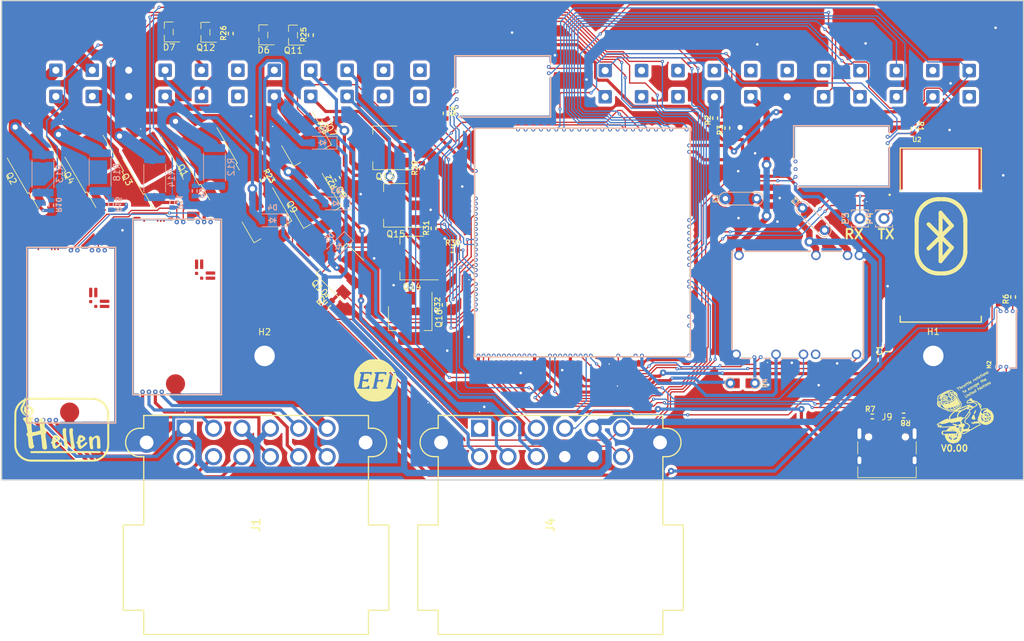
<source format=kicad_pcb>
(kicad_pcb (version 20221018) (generator pcbnew)
  (layers (0 "F.Cu" signal) (31 "B.Cu" signal) (34 "B.Paste" user) (35 "F.Paste" user) (36 "B.SilkS" user "B.Silkscreen") (37 "F.SilkS" user "F.Silkscreen") (38 "B.Mask" user) (39 "F.Mask" user) (44 "Edge.Cuts" user))
  (net 0 "")
  (net 1 "GND")
  (net 17 "/IGN1")
  (net 18 "/IGN2")
  (net 19 "/IGN3")
  (net 20 "/IGN4")
  (net 21 "/CRANK+")
  (net 22 "/VSS")
  (net 23 "/CLT")
  (net 24 "/CAM{slash}CRANK-")
  (net 25 "/CAM+")
  (net 26 "/IAT_SENSOR")
  (net 27 "/BARO")
  (net 28 "GNDA")
  (net 29 "/INTAKEFLAP")
  (net 30 "/INJ2")
  (net 31 "/INJ4")
  (net 32 "/FILIGHT")
  (net 33 "/FUELPUMP_LS")
  (net 34 "/INJ1")
  (net 35 "/INJ3")
  (net 36 "+3.3VA")
  (net 37 "+5VA")
  (net 38 "/VBAT")
  (net 39 "+12V_RAW")
  (net 40 "/OUT_LS2")
  (net 41 "/OUT_LS3")
  (net 43 "/OUT_LS_WEAK2")
  (net 45 "/IN_VIGN")
  (net 46 "+12V")
  (net 47 "/CAN+")
  (net 48 "/CAN-")
  (net 49 "/WBO_Rtrim")
  (net 50 "/WBO_Heater")
  (net 51 "/WBO_Vm")
  (net 52 "/WBO_Ip")
  (net 53 "/WBO_Un")
  (net 54 "Net-(J6-Pin_1)")
  (net 55 "Net-(J6-Pin_2)")
  (net 56 "Net-(J6-Pin_4)")
  (net 57 "Net-(J6-Pin_5)")
  (net 58 "/VBUS")
  (net 59 "/USB-")
  (net 60 "/USB+")
  (net 61 "Net-(J9-CC1)")
  (net 63 "Net-(J9-CC2)")
  (net 66 "/VIGN")
  (net 67 "+5V")
  (net 68 "/PWR_EN")
  (net 69 "Net-(M1-PG_5VP)")
  (net 70 "+5VP")
  (net 71 "/IN_KNOCK")
  (net 72 "/IN_KNOCK_RAW")
  (net 73 "/VREF1")
  (net 74 "/VR1_THRESHOLD")
  (net 75 "/VR1_A")
  (net 76 "Net-(M5-PULL_DOWN1)")
  (net 86 "/DC1_DIS")
  (net 87 "/DC2_DIR")
  (net 88 "/LS2")
  (net 89 "/LS1")
  (net 90 "/INJ6")
  (net 91 "/INJ5")
  (net 92 "/LS3")
  (net 93 "/LS4")
  (net 94 "/DC1_PWM")
  (net 95 "/PG_5VP")
  (net 96 "/DC1_DIR")
  (net 97 "/DC2_PWM")
  (net 98 "/DC2_DIS")
  (net 99 "/VR1")
  (net 100 "/VR2")
  (net 110 "Net-(M6-UART2_TX_(PD5))")
  (net 111 "Net-(M6-UART2_RX_(PD6))")
  (net 112 "Net-(M6-LED_GREEN)")
  (net 113 "Net-(M6-LED_YELLOW)")
  (net 115 "+3.3V")
  (net 117 "/IN_BUTTON3")
  (net 118 "/IN_HALL3")
  (net 119 "/IN_HALL2")
  (net 120 "/IN_HALL1")
  (net 122 "/IN_VMAIN")
  (net 123 "/IN_PPS2")
  (net 124 "/IN_TPS2")
  (net 125 "/IN_AUX2")
  (net 126 "/IN_AUX1")
  (net 127 "/INTERNAL_MAP")
  (net 128 "/IN_MAP")
  (net 129 "/IN_BUTTON1")
  (net 130 "/ADC3")
  (net 131 "/IN_BUTTON2")
  (net 132 "/IN_FLEX")
  (net 133 "/IN_TPS1")
  (net 134 "/IN_PPS1")
  (net 135 "/LS_WEAK2")
  (net 136 "/LS_WEAK1")
  (net 139 "Net-(Q1-G)")
  (net 140 "Net-(Q2-G)")
  (net 141 "Net-(Q3-G)")
  (net 142 "Net-(Q4-G)")
  (net 152 "/IGNOUT1")
  (net 153 "/IGNOUT2")
  (net 154 "/IGNOUT3")
  (net 155 "/IGNOUT4")
  (net 156 "/INJOUT3")
  (net 157 "/INJOUT1")
  (net 158 "/INJOUT4")
  (net 159 "/INJOUT2")
  (net 160 "/WBO2_Heater")
  (net 161 "/WBO2_Rtrim")
  (net 162 "/WBO2_Un")
  (net 163 "/WBO2_Ip")
  (net 164 "/WBO2_Vm")
  (net 165 "Net-(J3-Pin_1)")
  (net 166 "Net-(J3-Pin_2)")
  (net 167 "Net-(J3-Pin_4)")
  (net 168 "Net-(J3-Pin_5)")
  (net 171 "Net-(M7-PULL_DOWN1)")
  (footprint "hellen-one-common:PAD-0805-PAD" (layer "F.Cu") (at 117.85 61.275 180)
    (fp_text reference "R4")
    (fp_text value "Jumper-Pad-Pad" hide)
  )
  (footprint "hellen-one-common:R0603" (layer "F.Cu") (at 144.6 21.375 -90)
    (fp_text reference "R1")
    (fp_text value "4.7k" hide)
  )
  (footprint "Package_TO_SOT_SMD:SOT-223" (layer "F.Cu") (at 66.1 41.675 180)
    (fp_text reference "Q14")
    (fp_text value "ZXMS6005SGTA")
  )
  (footprint "SamacSys_Parts:DTF1312PB" (layer "F.Cu") (at 76.66 68.325 90)
    (fp_text reference "J4")
    (fp_text value "DTF13-12PB" hide)
  )
  (footprint "MountingHole:MountingHole_3.2mm_M3_DIN965_Pad" (layer "F.Cu") (at 43 57.05)
    (fp_text reference "H2")
    (fp_text value "MountingHole_Pad")
  )
  (footprint "Package_TO_SOT_SMD:SOT-223" (layer "F.Cu") (at 51.1 33.675 -60)
    (fp_text reference "Q8")
    (fp_text value "ZXMS6005SGTA")
  )
  (footprint "kicad6-libraries:rusefi_logo" (layer "F.Cu") (at 60.35 60.875)
    (fp_text reference "G3" hide)
    (fp_text value "RUSEFI_LOGO" hide)
  )
  (footprint "hellen-one-common:R0603" (layer "F.Cu") (at 143.05 66.325 180)
    (fp_text reference "R8")
    (fp_text value "5.6k" hide)
  )
  (footprint "Package_TO_SOT_SMD:SOT-223" (layer "F.Cu") (at 54.777386 43.152386 135)
    (fp_text reference "Q10")
    (fp_text value "ZXMS6005SGTA")
  )
  (footprint "hellen-one-common:R0603" (layer "F.Cu") (at 71.2 49.025 90)
    (fp_text reference "R32")
    (fp_text value "4.7k" hide)
  )
  (footprint "hellen-one-knock-0.2:knock" (layer "F.Cu") (at 160.825002 59 90)
    (fp_text reference "M2")
    (fp_text value "Module-knock-0.2" hide)
  )
  (footprint "hellen-one-vr-discrete-0.4:vr-discrete" (layer "F.Cu") (at 87.875 9.9 180)
    (fp_text reference "M3" hide)
    (fp_text value "Module-vr-discrete-0.4" hide)
  )
  (footprint "hellen-one-common:R0603" (layer "F.Cu") (at 113.55 19.775 90)
    (fp_text reference "R2")
    (fp_text value "33k" hide)
  )
  (footprint "hellen-one-common:R0603" (layer "F.Cu") (at 69.45 37.025 90)
    (fp_text reference "R31")
    (fp_text value "4.7k" hide)
  )
  (footprint "hellen-one-common:R0603" (layer "F.Cu") (at 42.7 29.325 -60)
    (fp_text reference "R23")
    (fp_text value "4.7k" hide)
  )
  (footprint "Package_TO_SOT_SMD:SOT-223" (layer "F.Cu") (at 65.8 51.125 -90)
    (fp_text reference "Q16")
    (fp_text value "ZXMS6005SGTA")
  )
  (footprint "Package_TO_SOT_SMD:SOT-223" (layer "F.Cu") (at 43.35 35.925 -60)
    (fp_text reference "Q9")
    (fp_text value "ZXMS6005SGTA")
  )
  (footprint "hellen-one-wbo-0.5:wbo" (layer "F.Cu") (at 5.675 39.9 -90)
    (fp_text reference "M7" hide)
    (fp_text value "Module-wbo-0.5" hide)
  )
  (footprint "hellen-one-power_12and5V-0.2:power_12and5V" (layer "F.Cu") (at 116.074999 40.499999 -90)
    (fp_text reference "M1" hide)
    (fp_text value "Module-power_12and5V-0.2" hide)
  )
  (footprint "Package_TO_SOT_SMD:SOT-223" (layer "F.Cu") (at 61.85 24.425 180)
    (fp_text reference "Q13")
    (fp_text value "ZXMS6005SGTA")
  )
  (footprint "hellen-one-common:R0603" (layer "F.Cu") (at 37.7 6.525 90)
    (fp_text reference "R26")
    (fp_text value "4.7k" hide)
  )
  (footprint "hellen-one-common:C0603" (layer "F.Cu") (at 140.5 56.325 90)
    (fp_text reference "C1")
    (fp_text value "100n" hide)
  )
  (footprint "Package_TO_SOT_SMD:SOT-223" (layer "F.Cu") (at 49.55 23.975 -60)
    (fp_text reference "Q7")
    (fp_text value "ZXMS6005SGTA")
  )
  (footprint "hellen-one-common:R0603" (layer "F.Cu") (at 72.4 40.425)
    (fp_text reference "R30")
    (fp_text value "4.7k" hide)
  )
  (footprint "Customparts:VFRboardempty" (layer "F.Cu") (at 1.825 76.425)
    (fp_text reference "U1" hide)
    (fp_text value "~" hide)
    (fp_rect (start 0 -75.05) (end 160 0) (stroke (width 0.2)) (fill none) (layer "Edge.Cuts"))
  )
  (footprint "hellen-one-common:R0603" (layer "F.Cu") (at 52.95 48.975 45)
    (fp_text reference "R24")
    (fp_text value "4.7k" hide)
  )
  (footprint "hellen-one-vr-max9924-0.1:vr-max9924" (layer "F.Cu") (at 140.925 20.85 180)
    (fp_text reference "M4" hide)
    (fp_text value "Module-vr-max9924-0.1" hide)
  )
  (footprint "hellen-one-common:PAD-TH" (layer "F.Cu") (at 136.2 35.475 90)
    (fp_text reference "P3")
    (fp_text value "Pad" hide)
  )
  (footprint "Connector_USB:USB_C_Receptacle_XKB_U262-16XN-4BVC11" (layer "F.Cu") (at 140.45 72.275)
    (fp_text reference "J9")
    (fp_text value "USB_C_Receptacle_USB2.0")
  )
  (footprint "MountingHole:MountingHole_3.2mm_M3_DIN965_Pad" (layer "F.Cu") (at 147.7 57)
    (fp_text reference "H1")
    (fp_text value "MountingHole_Pad" hide)
  )
  (footprint "Package_TO_SOT_SMD:TO-252-2" (layer "F.Cu") (at 25.346811 27.129285 120)
    (fp_text reference "Q3")
    (fp_text value "ISL9V3040D3S" hide)
  )
  (footprint "hellen-one-common:SOT-23" (layer "F.Cu") (at 28.05 6.275 180)
    (fp_text reference "D7")
    (fp_text value "PSM712-LF")
  )
  (footprint "hellen-one-common:R0603" (layer "F.Cu") (at 71.35 19.025 -90)
    (fp_text reference "R5")
    (fp_text value "0" hide)
  )
  (footprint "Package_TO_SOT_SMD:TO-252-2" (layer "F.Cu") (at 34.096811 25.679285 120)
    (fp_text reference "Q1")
    (fp_text value "ISL9V3040D3S" hide)
  )
  (footprint "hellen-one-common:R0603" (layer "F.Cu") (at 50.25 6.775 90)
    (fp_text reference "R25")
    (fp_text value "4.7k" hide)
  )
  (footprint "hellen-one-common:R0603" (layer "F.Cu") (at 160.2 47.775 90)
    (fp_text reference "R6")
    (fp_text value "0" hide)
  )
  (footprint "Package_TO_SOT_SMD:TO-252-2" (layer "F.Cu") (at 16.28 26.866192 120)
    (fp_text reference "Q4")
    (fp_text value "ISL9V3040D3S")
  )
  (footprint "hellen-one-common:SOT-23" (layer "F.Cu") (at 33.7875 6.325 180)
    (fp_text reference "Q12")
    (fp_text value "AO3400A")
  )
  (footprint "hellen-one-common:PAD-TH" (layer "F.Cu") (at 139.98 35.475 90)
    (fp_text reference "P4")
    (fp_text value "Pad" hide)
  )
  (footprint "hellen-one-common:R0603" (layer "F.Cu") (at 67.65 27.625 90)
    (fp_text reference "R29")
    (fp_text value "4.7k" hide)
  )
  (footprint "hellen-one-common:SOT-23" (layer "F.Cu") (at 42.85 6.725 180)
    (fp_text reference "D6")
    (fp_text value "PSM712-LF")
  )
  (footprint "Package_TO_SOT_SMD:SOT-223" (layer "F.Cu") (at 63.55 33.425 180)
    (fp_text reference "Q15")
    (fp_text value "ZXMS6005SGTA")
  )
  (footprint "hellen-one-common:R0603" (layer "F.Cu") (at 53.15 20.625 120)
    (fp_text reference "R21")
    (fp_text value "4.7k" hide)
  )
  (footprint "hellen-one-common:SOT-23" (layer "F.Cu") (at 47.5 6.775 180)
    (fp_text reference "Q11")
    (fp_text value "AO3400A")
  )
  (footprint "hellen-one-common:PAD-1206-PAD" (layer "F.Cu") (at 117.6 32.375)
    (fp_text reference "F2")
    (fp_text value "12H1500D" hide)
  )
  (footprint "hellen-one-mega-mcu100-0.2:mega-mcu100" (layer "F.Cu") (at 109.775005 21.249995 180)
    (fp_text reference "M6" hide)
    (fp_text value "Module:mega-mcu100/0.2" hide)
  )
  (footprint "Customparts:trollfaceVFR" (layer "F.Cu") (at 147.887855 70.597501)
    (fp_text reference "text1" hide)
    (fp_text value "~")
  )
  (footprint "kicad6-libraries:JDY-33" (layer "F.Cu") (at 148.8625 38.275)
    (fp_text reference "U2")
    (fp_text value "JDY-33" hide)
  )
  (footprint "SamacSys_Parts:DTF1312PB" (layer "F.Cu") (at 30.56 68.325 90)
    (fp_text reference "J1")
    (fp_text value "DTF13-12PB" hide)
  )
  (footprint "Package_TO_SOT_SMD:TO-252-2" (layer "F.Cu") (at 7.23 26.966192 120)
    (fp_text reference "Q2")
    (fp_text value "ISL9V3040D3S")
  )
  (footprint "hellen-one-common:PAD-1206-PAD" (layer "F.Cu") (at 128.95 35.575 -45)
    (fp_text reference "F1")
    (fp_text value "12H1500D" hide)
  )
  (footprint "hellen-one-wbo-0.5:wbo" (layer "F.Cu") (at 22.25 35.475 -90)
    (fp_text reference "M5" hide)
    (fp_text value "Module-wbo-0.5" hide)
  )
  (footprint "hellen-one-common:R0603" (layer "F.Cu") (at 115.45 21.325 90)
    (fp_text reference "R3")
    (fp_text value "6.8k" hide)
  )
  (footprint "hellen-one-common:R0603" (layer "F.Cu") (at 54.45 29.275 120)
    (fp_text reference "R22")
    (fp_text value "4.7k" hide)
  )
  (footprint "hellen-one-common:R0603" (layer "F.Cu") (at 138.15 66.475)
    (fp_text reference "R7")
    (fp_text value "5.6k" hide)
  )
  (footprint "hellen-one-common:LOGO" (layer "F.Cu") (at 11.55 68.625)
    (fp_text reference "G4" hide)
    (fp_text value "LOGO" hide)
  )
  (footprint "Resistor_SMD:R_2512_6332Metric" (layer "B.Cu") (at 25.8 29.175 90)
    (fp_text reference "R14")
    (fp_text value "0")
  )
  (footprint "Resistor_SMD:R_2512_6332Metric" (layer "B.Cu") (at 35.15 27.425 90)
    (fp_text reference "R12")
    (fp_text value "0")
  )
  (footprint "hellen-one-common:R0603" (layer "B.Cu") (at 18.95 33.325 90)
    (fp_text reference "R15")
    (fp_text value "22" hide)
  )
  (footprint "hellen-one-common:SOD-123" (layer "B.Cu") (at 52.095 23.625 180)
    (fp_text reference "D2")
    (fp_text value "B5819W" hide)
  )
  (footprint "hellen-one-common:SOD-123" (layer "B.Cu") (at 54.587868 39.837132 -135)
    (fp_text reference "D5")
    (fp_text value "B5819W" hide)
  )
  (footprint "hellen-one-common:R0603" (layer "B.Cu") (at 32.05 31.175 90)
    (fp_text reference "R9")
    (fp_text value "22" hide)
  )
  (footprint "Resistor_SMD:R_2512_6332Metric" (layer "B.Cu") (at 17.25 28.225 90)
    (fp_text reference "R18")
    (fp_text value "0")
  )
  (footprint "hellen-one-common:SOD-123" (layer "B.Cu") (at 54.15 33.125 180)
    (fp_text reference "D3")
    (fp_text value "B5819W" hide)
  )
  (footprint "hellen-one-common:SOD-123" (layer "B.Cu") (at 44.245 35.775 180)
    (fp_text reference "D4")
    (fp_text value "B5819W" hide)
  )
  (footprint "hellen-one-common:R0603" (layer "B.Cu") (at 9.6 33.425 90)
    (fp_text reference "R10")
    (fp_text value "22" hide)
  )
  (footprint "Resistor_SMD:R_2512_6332Metric" (layer "B.Cu") (at 8.3 28.475 90)
    (fp_text reference "R13")
    (fp_text value "0")
  )
  (footprint "hellen-one-common:R0603" (layer "B.Cu") (at 28.55 32.975 90)
    (fp_text reference "R11")
    (fp_text value "22" hide)
  )
  (gr_text "RX  TX\n" (at 133.6 38.825) (layer "F.SilkS") (effects (font (size 1.5 1.5) (thickness 0.3) bold) (justify left bottom)))
  (gr_text "V0.00" (at 148.8 72.05) (layer "F.SilkS") (effects (font (size 1 1) (thickness 0.2) bold) (justify left bottom)))
  (segment (start 136.535 69.17) (end 137.1 68.605) (width 0.5) (layer "F.Cu") (net 1))
  (segment (start 75.874995 45.049985) (end 75.025015 45.049985) (width 0.2) (layer "F.Cu") (net 1))
  (segment (start 144.365 69.17) (end 143.8 68.605) (width 0.5) (layer "F.Cu") (net 1))
  (segment (start 144.77 69.17) (end 144.365 69.17) (width 0.5) (layer "F.Cu") (net 1))
  (segment (start 75.025015 45.049985) (end 75 45.075) (width 0.2) (layer "F.Cu") (net 1))
  (segment (start 136.13 69.17) (end 136.535 69.17) (width 0.5) (layer "F.Cu") (net 1))
  (via (at 58.05 31.675) (size 1) (drill 0.4) (layers "F.Cu" "B.Cu") (net 1))
  (via (at 140.55 46.075) (size 1) (drill 0.4) (layers "F.Cu" "B.Cu") (net 1))
  (via (at 120.15 8.225) (size 1) (drill 0.4) (layers "F.Cu" "B.Cu") (net 1))
  (via (at 93.4 13.725) (size 1) (drill 0.4) (layers "F.Cu" "B.Cu") (net 1))
  (via (at 83.1 59.675) (size 1) (drill 0.4) (layers "F.Cu" "B.Cu") (net 1))
  (via (at 123.3 35.975) (size 1) (drill 0.4) (layers "F.Cu" "B.Cu") (net 1))
  (via (at 96.95 58.275) (size 0.5) (drill 0.2) (layers "F.Cu" "B.Cu") (net 1))
  (via (at 71.6 56.175) (size 1) (drill 0.4) (layers "F.Cu" "B.Cu") (net 1))
  (via (at 20.75 37.325) (size 1) (drill 0.4) (layers "F.Cu" "B.Cu") (net 1))
  (via (at 69.8 50.025) (size 1) (drill 0.4) (layers "F.Cu" "B.Cu") (net 1))
  (via (at 74.5 24.525) (size 1) (drill 0.4) (layers "F.Cu" "B.Cu") (net 1))
  (via (at 121.85 61.525) (size 1) (drill 0.4) (layers "F.Cu" "B.Cu") (net 1))
  (via (at 60.15 41.725) (size 1) (drill 0.4) (layers "F.Cu" "B.Cu") (net 1))
  (via (at 11.4 19.975) (size 0.5) (drill 0.2) (layers "F.Cu" "B.Cu") (net 1))
  (via (at 88.45 9.925) (size 1) (drill 0.4) (layers "F.Cu" "B.Cu") (net 1))
  (via (at 150.25 21.625) (size 1) (drill 0.4) (layers "F.Cu" "B.Cu") (net 1))
  (via (at 123.65 32.275) (size 1) (drill 0.4) (layers "F.Cu" "B.Cu") (net 1))
  (via (at 119.8 25.275) (size 1) (drill 0.4) (layers "F.Cu" "B.Cu") (net 1))
  (via (at 137.25 32.825) (size 0.5) (drill 0.2) (layers "F.Cu" "B.Cu") (net 1))
  (via (at 150.4 14.325) (size 1) (drill 0.4) (layers "F.Cu" "B.Cu") (net 1))
  (via (at 121.75 58.025) (size 0.5) (drill 0.2) (layers "F.Cu" "B.Cu") (net 1))
  (via (at 129.75 61.575) (size 1) (drill 0.4) (layers "F.Cu" "B.Cu") (net 1))
  (via (at 75 45.075) (size 0.5) (drill 0.2) (layers "F.Cu" "B.Cu") (net 1))
  (via (at 89.6 59.225) (size 1) (drill 0.4) (layers "F.Cu" "B.Cu") (net 1))
  (via (at 158.65 28.725) (size 1) (drill 0.4) (layers "F.Cu" "B.Cu") (net 1))
  (via (at 117.2 35.425) (size 1) (drill 0.4) (layers "F.Cu" "B.Cu") (net 1))
  (via (at 73.95 30.475) (size 1) (drill 0.4) (layers "F.Cu" "B.Cu") (net 1))
  (via (at 71.2 38.625) (size 1) (drill 0.4) (layers "F.Cu" "B.Cu") (net 1))
  (via (at 132.65 58.175) (size 1) (drill 0.4) (layers "F.Cu" "B.Cu") (net 1))
  (via (at 74.95 54.025) (size 1) (drill 0.4) (layers "F.Cu" "B.Cu") (net 1))
  (via (at 40.9 19.475) (size 1) (drill 0.4) (layers "F.Cu" "B.Cu") (net 1))
  (via (at 98.25 61.725) (size 0.5) (drill 0.2) (layers "F.Cu" "B.Cu") (net 1))
  (via (at 69 34.125) (size 1) (drill 0.4) (layers "F.Cu" "B.Cu") (net 1))
  (via (at 117.45 21.225) (size 1.524) (drill 0.8128) (layers "F.Cu" "B.Cu") (net 1))
  (via (at 6.15 20.575) (size 0.5) (drill 0.2) (layers "F.Cu" "B.Cu") (net 1))
  (via (at 125.55 58.075) (size 1) (drill 0.4) (layers "F.Cu" "B.Cu") (net 1))
  (via (at 44.25 21.075) (size 0.5) (drill 0.2) (layers "F.Cu" "B.Cu") (net 1))
  (via (at 81.75 6.375) (size 1) (drill 0.4) (layers "F.Cu" "B.Cu") (net 1))
  (via (at 157.45 5.625) (size 1) (drill 0.4) (layers "F.Cu" "B.Cu") (net 1))
  (via (at 63.2 45.925) (size 1) (drill 0.4) (layers "F.Cu" "B.Cu") (net 1))
  (via (at 23.6 21.475) (size 0.5) (drill 0.2) (layers "F.Cu" "B.Cu") (net 1))
  (via (at 77.4 64.975) (size 1) (drill 0.4) (layers "F.Cu" "B.Cu") (net 1))
  (via (at 68.6 64.325) (size 0.5) (drill 0.2) (layers "F.Cu" "B.Cu") (net 1))
  (via (at 117.15 28.075) (size 1) (drill 0.4) (layers "F.Cu" "B.Cu") (net 1))
  (via (at 137.1 8.075) (size 1) (drill 0.4) (layers "F.Cu" "B.Cu") (net 1))
  (segment (start 69.75 50.225) (end 69.8 50.025) (width 0.5) (layer "B.Cu") (net 1))
  (segment (start 71.55 56.125) (end 71.6 56.175) (width 0.5) (layer "B.Cu") (net 1))
  (segment (start 71.45 56.125) (end 71.55 56.125) (width 0.5) (layer "B.Cu") (net 1))
  (segment (start 71.55 56.225) (end 71.45 56.125) (width 0.5) (layer "B.Cu") (net 1))
  (segment (start 71.6 56.175) (end 71.55 56.225) (width 0.5) (layer "B.Cu") (net 1))
  (segment (start 90.165686 2.425) (end 96.715686 8.975) (width 0.2) (layer "F.Cu") (net 17))
  (segment (start 96.715686 8.975) (end 107.85 8.975) (width 0.2) (layer "F.Cu") (net 17))
  (segment (start 26.5 2.425) (end 90.165686 2.425) (width 0.2) (layer "F.Cu") (net 17))
  (segment (start 107.85 8.975) (end 110.85 11.975) (width 0.2) (layer "F.Cu") (net 17))
  (via (at 26.5 2.425) (size 0.5) (drill 0.2) (layers "F.Cu" "B.Cu") (net 17))
  (via (at 110.85 11.975) (size 0.5) (drill 0.2) (layers "F.Cu" "B.Cu") (net 17))
  (segment (start 110.85 11.975) (end 110.85 12.025) (width 0.2) (layer "B.Cu") (net 17))
  (segment (start 32.05 27.725) (end 32.05 30.375) (width 0.2) (layer "B.Cu") (net 17))
  (segment (start 112.15 18.359315) (end 110.85 17.059315) (width 0.2) (layer "B.Cu") (net 17))
  (segment (start 110.85 17.059315) (end 110.85 11.975) (width 0.2) (layer "B.Cu") (net 17))
  (segment (start 35.1375 30.375) (end 35.15 30.3875) (width 0.5) (layer "B.Cu") (net 17))
  (segment (start 112.15 40.07499) (end 112.15 18.359315) (width 0.2) (layer "B.Cu") (net 17))
  (segment (start 32.05 30.375) (end 35.1375 30.375) (width 0.5) (layer "B.Cu") (net 17))
  (segment (start 26.5 2.425) (end 25.6 3.325) (width 0.2) (layer "B.Cu") (net 17))
  (segment (start 109.475005 42.749985) (end 112.15 40.07499) (width 0.2) (layer "B.Cu") (net 17))
  (segment (start 25.6 21.275) (end 32.05 27.725) (width 0.2) (layer "B.Cu") (net 17))
  (segment (start 25.6 3.325) (end 25.6 21.275) (width 0.2) (layer "B.Cu") (net 17))
  (segment (start 108.213556 10.338556) (end 109.9 12.025) (width 0.2) (layer "F.Cu") (net 18))
  (segment (start 24.45 3.225) (end 90.4 3.225) (width 0.2) (layer "F.Cu") (net 18))
  (segment (start 90.4 3.225) (end 96.55 9.375) (width 0.2) (layer "F.Cu") (net 18))
  (segment (start 19.35 8.325) (end 24.45 3.225) (width 0.2) (layer "F.Cu") (net 18))
  (segment (start 16.95 8.325) (end 19.35 8.325) (width 0.2) (layer "F.Cu") (net 18))
  (segment (start 96.55 9.375) (end 99.144374 9.375) (width 0.2) (layer "F.Cu") (net 18))
  (segment (start 99.144374 9.375) (end 100.10793 10.338556) (width 0.2) (layer "F.Cu") (net 18))
  (segment (start 100.10793 10.338556) (end 108.213556 10.338556) (width 0.2) (layer "F.Cu") (net 18))
  (via (at 109.9 12.025) (size 0.5) (drill 0.2) (layers "F.Cu" "B.Cu") (net 18))
  (via (at 16.95 8.325) (size 0.5) (drill 0.2) (layers "F.Cu" "B.Cu") (net 18))
  (segment (start 8.9 20.177817) (end 8.9 22.575) (width 0.2) (layer "B.Cu") (net 18))
  (segment (start 8.4125 31.4375) (end 9.6 32.625) (width 0.5) (layer "B.Cu") (net 18))
  (segment (start 11.675 13.6) (end 11.675 17.402817) (width 0.2) (layer "B.Cu") (net 18))
  (segment (start 109.9 17.675) (end 110.15 17.925) (width 0.2) (layer "B.Cu") (net 18))
  (segment (start 8.3 31.4375) (end 8.4125 31.4375) (width 0.5) (layer "B.Cu") (net 18))
  (segment (start 111.015686 17.925) (end 111.75 18.659315) (width 0.2) (layer "B.Cu") (net 18))
  (segment (start 11.675 17.402817) (end 8.9 20.177817) (width 0.2) (layer "B.Cu") (net 18))
  (segment (start 16.95 8.325) (end 11.675 13.6) (width 0.2) (layer "B.Cu") (net 18))
  (segment (start 10.55 29.1875) (end 8.3 31.4375) (width 0.2) (layer "B.Cu") (net 18))
  (segment (start 111.75 39.47499) (end 109.475005 41.749985) (width 0.2) (layer "B.Cu") (net 18))
  (segment (start 8.9 22.575) (end 10.55 24.225) (width 0.2) (layer "B.Cu") (net 18))
  (segment (start 109.9 12.025) (end 109.9 17.675) (width 0.2) (layer "B.Cu") (net 18))
  (segment (start 110.15 17.925) (end 111.015686 17.925) (width 0.2) (layer "B.Cu") (net 18))
  (segment (start 111.75 18.659315) (end 111.75 39.47499) (width 0.2) (layer "B.Cu") (net 18))
  (segment (start 10.55 24.225) (end 10.55 29.1875) (width 0.2) (layer "B.Cu") (net 18))
  (segment (start 90.15 3.625) (end 96.3 9.775) (width 0.2) (layer "F.Cu") (net 19))
  (segment (start 98.978688 9.775) (end 100.092244 10.888556) (width 0.2) (layer "F.Cu") (net 19))
  (segment (start 100.092244 10.888556) (end 105.286444 10.888556) (width 0.2) (layer "F.Cu") (net 19))
  (segment (start 25.0505 3.975) (end 25.4005 3.625) (width 0.2) (layer "F.Cu") (net 19))
  (segment (start 25.4005 3.625) (end 90.15 3.625) (width 0.2) (layer "F.Cu") (net 19))
  (segment (start 96.3 9.775) (end 98.978688 9.775) (width 0.2) (layer "F.Cu") (net 19))
  (via (at 25.0505 3.975) (size 0.5) (drill 0.2) (layers "F.Cu" "B.Cu") (net 19))
  (via (at 105.286444 10.888556) (size 0.5) (drill 0.2) (layers "F.Cu" "B.Cu") (net 19))
  (segment (start 25.05 3.9755) (end 25.05 22.173105) (width 0.2) (layer "B.Cu") (net 19))
  (segment (start 111.35 38.87499) (end 109.475005 40.749985) (width 0.2) (layer "B.Cu") (net 19))
  (segment (start 25.8 32.1375) (end 28.5125 32.1375) (width 0.5) (layer "B.Cu") (net 19))
  (segment (start 105.286444 10.888556) (end 105.286444 17.861443) (width 0.2) (layer "B.Cu") (net 19))
  (segment (start 25.05 22.173105) (end 28.55 25.673105) (width 0.2) (layer "B.Cu") (net 19))
  (segment (start 110.85 18.325) (end 111.35 18.825) (width 0.2) (layer "B.Cu") (net 19))
  (segment (start 105.286444 17.861443) (end 105.750001 18.325) (width 0.2) (layer "B.Cu") (net 19))
  (segment (start 28.55 25.673105) (end 28.55 32.175) (width 0.2) (layer "B.Cu") (net 19))
  (segment (start 105.750001 18.325) (end 110.85 18.325) (width 0.2) (layer "B.Cu") (net 19))
  (segment (start 28.5125 32.1375) (end 28.55 32.175) (width 0.5) (layer "B.Cu") (net 19))
  (segment (start 111.35 18.825) (end 111.35 38.87499) (width 0.2) (layer "B.Cu") (net 19))
  (segment (start 25.0505 3.975) (end 25.05 3.9755) (width 0.2) (layer "B.Cu") (net 19))
  (segment (start 90 4.125) (end 25.85 4.125) (width 0.2) (layer "F.Cu") (net 20))
  (segment (start 25.85 4.125) (end 18.95 11.025) (width 0.2) (layer "F.Cu") (net 20))
  (segment (start 98.813002 10.175) (end 96.05 10.175) (width 0.2) (layer "F.Cu") (net 20))
  (segment (start 96.05 10.175) (end 90 4.125) (width 0.2) (layer "F.Cu") (net 20))
  (segment (start 100.15 14.275) (end 100.15 11.511998) (width 0.2) (layer "F.Cu") (net 20))
  (segment (start 100.15 11.511998) (end 98.813002 10.175) (width 0.2) (layer "F.Cu") (net 20))
  (segment (start 102.6 14.275) (end 100.15 14.275) (width 0.2) (layer "F.Cu") (net 20))
  (segment (start 104.5 16.175) (end 102.6 14.275) (width 0.2) (layer "F.Cu") (net 20))
  (via (at 18.95 11.025) (size 0.5) (drill 0.2) (layers "F.Cu" "B.Cu") (net 20))
  (via (at 104.5 16.175) (size 0.5) (drill 0.2) (layers "F.Cu" "B.Cu") (net 20))
  (segment (start 110.95 18.990686) (end 110.95 38.27499) (width 0.2) (layer "B.Cu") (net 20))
  (segment (start 19.225 24.672183) (end 19.225 25.852817) (width 0.2) (layer "B.Cu") (net 20))
  (segment (start 17.25 31.1875) (end 17.6125 31.1875) (width 0.5) (layer "B.Cu") (net 20))
  (segment (start 105.584315 18.725) (end 110.684314 18.725) (width 0.2) (layer "B.Cu") (net 20))
  (segment (start 18.95 26.127817) (end 18.95 32.525) (width 0.2) (layer "B.Cu") (net 20))
  (segment (start 110.95 38.27499) (end 109.475005 39.749985) (width 0.2) (layer "B.Cu") (net 20))
  (segment (start 104.5 17.640685) (end 105.584315 18.725) (width 0.2) (layer "B.Cu") (net 20))
  (segment (start 17.6125 31.1875) (end 18.95 32.525) (width 0.5) (layer "B.Cu") (net 20))
  (segment (start 18.95 24.397183) (end 19.225 24.672183) (width 0.2) (layer "B.Cu") (net 20))
  (segment (start 110.684314 18.725) (end 110.95 18.990686) (width 0.2) (layer "B.Cu") (net 20))
  (segment (start 18.95 11.025) (end 18.95 24.397183) (width 0.2) (layer "B.Cu") (net 20))
  (segment (start 104.5 16.175) (end 104.5 17.640685) (width 0.2) (layer "B.Cu") (net 20))
  (segment (start 19.225 25.852817) (end 18.95 26.127817) (width 0.2) (layer "B.Cu") (net 20))
  (segment (start 136.45 14.272183) (end 142 19.822183) (width 0.2) (layer "B.Cu") (net 21))
  (segment (start 140.974264 22.69) (end 140.55 22.69) (width 0.2) (layer "B.Cu") (net 21))
  (segment (start 117.75 14.272183) (end 136.45 14.272183) (width 0.2) (layer "B.Cu") (net 21))
  (segment (start 142 21.664264) (end 140.974264 22.69) (width 0.2) (layer "B.Cu") (net 21))
  (segment (start 142 19.822183) (end 142 21.664264) (width 0.2) (layer "B.Cu") (net 21))
  (segment (start 113.802817 10.325) (end 117.75 14.272183) (width 0.2) (layer "B.Cu") (net 21))
  (segment (start 96.325 12.325) (end 98.325 10.325) (width 0.2) (layer "B.Cu") (net 21))
  (segment (start 98.325 10.325) (end 113.802817 10.325) (width 0.2) (layer "B.Cu") (net 21))
  (segment (start 91.5 18.327942) (end 91.5 5.822058) (width 0.2) (layer "B.Cu") (net 23))
  (segment (start 128.25 4.975) (end 130.3 7.025) (width 0.2) (layer "B.Cu") (net 23))
  (segment (start 105.524985 20.949985) (end 104.65 20.075) (width 0.2) (layer "B.Cu") (net 23))
  (segment (start 92.347058 4.975) (end 128.25 4.975) (width 0.2) (layer "B.Cu") (net 23))
  (segment (start 91.5 5.822058) (end 92.347058 4.975) (width 0.2) (layer "B.Cu") (net 23))
  (segment (start 92.647058 19.475) (end 91.5 18.327942) (width 0.2) (layer "B.Cu") (net 23))
  (segment (start 130.3 7.025) (end 130.925 7.025) (width 0.2) (layer "B.Cu") (net 23))
  (segment (start 106.075005 20.949985) (end 105.524985 20.949985) (width 0.2) (layer "B.Cu") (net 23))
  (segment (start 130.925 7.025) (end 136.225 12.325) (width 0.2) (layer "B.Cu") (net 23))
  (segment (start 97.297065 20.075) (end 96.697065 19.475) (width 0.2) (layer "B.Cu") (net 23))
  (segment (start 96.697065 19.475) (end 92.647058 19.475) (width 0.2) (layer "B.Cu") (net 23))
  (segment (start 104.65 20.075) (end 97.297065 20.075) (width 0.2) (layer "B.Cu") (net 23))
  (segment (start 106.675005 21.549985) (end 106.075005 20.949985) (width 0.2) (layer "B.Cu") (net 23))
  (segment (start 142.1 22.175) (end 144.6 22.175) (width 0.2) (layer "F.Cu") (net 24))
  (segment (start 140.55 23.69) (end 140.585 23.69) (width 0.2) (layer "F.Cu") (net 24))
  (segment (start 140.585 23.69) (end 142.1 22.175) (width 0.2) (layer "F.Cu") (net 24))
  (segment (start 153.325 13.102817) (end 153.325 12.325) (width 0.2) (layer "B.Cu") (net 24))
  (segment (start 87.5 12.74) (end 87.885 12.74) (width 0.2) (layer "B.Cu") (net 24))
  (segment (start 142.065 22.175) (end 144.252817 22.175) (width 0.2) (layer "B.Cu") (net 24))
  (segment (start 144.252817 22.175) (end 153.325 13.102817) (width 0.2) (layer "B.Cu") (net 24))
  (segment (start 140.55 23.69) (end 142.065 22.175) (width 0.2) (layer "B.Cu") (net 24))
  (segment (start 138.4 2.525) (end 146.85 10.975) (width 0.2) (layer "B.Cu") (net 24))
  (segment (start 151.975 10.975) (end 153.325 12.325) (width 0.2) (layer "B.Cu") (net 24))
  (segment (start 89.35 11.275) (end 89.35 4.625) (width 0.2) (layer "B.Cu") (net 24))
  (segment (start 91.45 2.525) (end 138.4 2.525) (width 0.2) (layer "B.Cu") (net 24))
  (segment (start 89.35 4.625) (end 91.45 2.525) (width 0.2) (layer "B.Cu") (net 24))
  (segment (start 87.885 12.74) (end 89.35 11.275) (width 0.2) (layer "B.Cu") (net 24))
  (segment (start 146.85 10.975) (end 151.975 10.975) (width 0.2) (layer "B.Cu") (net 24))
  (segment (start 87.735 11.975) (end 87.5 11.74) (width 0.2) (layer "F.Cu") (net 25))
  (segment (start 96.325 16.425) (end 94.275 14.375) (width 0.2) (layer "F.Cu") (net 25))
  (segment (start 93.8 11.975) (end 87.735 11.975) (width 0.2) (layer "F.Cu") (net 25))
  (segment (start 94.275 12.45) (end 93.8 11.975) (width 0.2) (layer "F.Cu") (net 25))
  (segment (start 94.275 14.375) (end 94.275 12.45) (width 0.2) (layer "F.Cu") (net 25))
  (segment (start 131.875 7) (end 131.875 15.075) (width 0.2) (layer "F.Cu") (net 26))
  (segment (start 130.75 5.875) (end 131.875 7) (width 0.2) (layer "F.Cu") (net 26))
  (segment (start 131.875 15.075) (end 130.525 16.425) (width 0.2) (layer "F.Cu") (net 26))
  (via (at 130.75 5.875) (size 0.5) (drill 0.2) (layers "F.Cu" "B.Cu") (net 26))
  (segment (start 92.181372 4.575) (end 129.45 4.575) (width 0.2) (layer "B.Cu") (net 26))
  (segment (start 91.1 5.656372) (end 92.181372 4.575) (width 0.2) (layer "B.Cu") (net 26))
  (segment (start 91.1 18.493628) (end 91.1 5.656372) (width 0.2) (layer "B.Cu") (net 26))
  (segment (start 92.481372 19.875) (end 91.1 18.493628) (width 0.2) (layer "B.Cu") (net 26))
  (segment (start 105.475005 21.549985) (end 104.40002 20.475) (width 0.2) (layer "B.Cu") (net 26))
  (segment (start 129.45 4.575) (end 130.75 5.875) (width 0.2) (layer "B.Cu") (net 26))
  (segment (start 96.53138 19.875) (end 92.481372 19.875) (width 0.2) (layer "B.Cu") (net 26))
  (segment (start 104.40002 20.475) (end 97.131381 20.475) (width 0.2) (layer "B.Cu") (net 26))
  (segment (start 97.131381 20.475) (end 96.53138 19.875) (width 0.2) (layer "B.Cu") (net 26))
  (segment (start 131.3 5.575) (end 132.4 6.675) (width 0.2) (layer "F.Cu") (net 27))
  (segment (start 131.3 3.225) (end 131.3 5.575) (width 0.2) (layer "F.Cu") (net 27))
  (segment (start 132.4 6.675) (end 132.4 12.6) (width 0.2) (layer "F.Cu") (net 27))
  (segment (start 132.4 12.6) (end 136.225 16.425) (width 0.2) (layer "F.Cu") (net 27))
  (via (at 131.3 3.225) (size 0.5) (drill 0.2) (layers "F.Cu" "B.Cu") (net 27))
  (segment (start 131.25 3.225) (end 131.3 3.225) (width 0.2) (layer "B.Cu") (net 27))
  (segment (start 89.874995 5.085846) (end 91.685841 3.275) (width 0.2) (layer "B.Cu") (net 27))
  (segment (start 131.3 3.225) (end 131.3 3.175) (width 0.2) (layer "B.Cu") (net 27))
  (segment (start 89.874995 21.549985) (end 89.874995 5.085846) (width 0.2) (layer "B.Cu") (net 27))
  (segment (start 131.2 3.275) (end 131.25 3.225) (width 0.2) (layer "B.Cu") (net 27))
  (segment (start 131.3 3.175) (end 131.3 3.175) (width 0.2) (layer "B.Cu") (net 27))
  (segment (start 91.685841 3.275) (end 131.2 3.275) (width 0.2) (layer "B.Cu") (net 27))
  (segment (start 116.5 24.975) (end 116.55 24.975) (width 0.5) (layer "F.Cu") (net 28))
  (segment (start 147.625 16.425) (end 145.275 18.775) (width 0.5) (layer "F.Cu") (net 28))
  (segment (start 116.55 24.975) (end 116.5 24.925) (width 0.5) (layer "F.Cu") (net 28))
  (segment (start 115.624995 24.049995) (end 116.5 24.925) (width 0.5) (layer "F.Cu") (net 28))
  (segment (start 116.5 24.925) (end 116.5 24.975) (width 0.5) (layer "F.Cu") (net 28))
  (segment (start 123.15 18.775) (end 123.1 18.825) (width 0.5) (layer "F.Cu") (net 28))
  (segment (start 109.475005 24.049995) (end 115.624995 24.049995) (width 0.5) (layer "F.Cu") (net 28))
  (segment (start 145.275 18.775) (end 123.15 18.775) (width 0.5) (layer "F.Cu") (net 28))
  (via (at 116.5 24.975) (size 1) (drill 0.4) (layers "F.Cu" "B.Cu") (net 28))
  (via (at 123.1 18.825) (size 1) (drill 0.4) (layers "F.Cu" "B.Cu") (net 28))
  (segment (start 116.5 24.975) (end 122.65 18.825) (width 0.5) (layer "B.Cu") (net 28))
  (segment (start 122.65 18.825) (end 123.1 18.825) (width 0.5) (layer "B.Cu") (net 28))
  (segment (start 54.7 43.175) (end 56.827386 45.302386) (width 1) (layer "F.Cu") (net 29))
  (segment (start 58.1 48.325) (end 58.1 46.575) (width 0.5) (layer "F.Cu") (net 29))
  (segment (start 54.3 43.175) (end 54.7 43.175) (width 1) (layer "F.Cu") (net 29))
  (segment (start 58.1 46.575) (end 56.827386 45.302386) (width 0.5) (layer "F.Cu") (net 29))
  (via (at 58.1 48.325) (size 1) (drill 0.4) (layers "F.Cu" "B.Cu") (net 29))
  (via (at 54.3 43.175) (size 1) (drill 0.4) (layers "F.Cu" "B.Cu") (net 29))
  (segment (start 53.421142 38.196142) (end 43.025 27.8) (width 0.5) (layer "B.Cu") (net 29))
  (segment (start 58.1 48.325) (end 58.05 48.375) (width 0.5) (layer "B.Cu") (net 29))
  (segment (start 58.05 51.225) (end 73.359 66.534) (width 0.5) (layer "B.Cu") (net 29))
  (segment (start 73.359 66.534) (end 78.451 66.534) (width 0.5) (layer "B.Cu") (net 29))
  (segment (start 43.025 13.775) (end 44.525 12.275) (width 0.5) (layer "B.Cu") (net 29))
  (segment (start 53.421142 41.003858) (end 53.421142 38.196142) (width 0.5) (layer "B.Cu") (net 29))
  (segment (start 43.025 27.8) (end 43.025 13.775) (width 0.5) (layer "B.Cu") (net 29))
  (segment (start 78.451 66.534) (end 79.3 67.383) (width 0.5) (layer "B.Cu") (net 29))
  (segment (start 79.3 70.965) (end 81.11 72.775) (width 0.5) (layer "B.Cu") (net 29))
  (segment (start 58.05 48.375) (end 58.05 51.225) (width 0.5) (layer "B.Cu") (net 29))
  (segment (start 79.3 67.383) (end 79.3 70.965) (width 0.5) (layer "B.Cu") (net 29))
  (segment (start 53.421142 42.296142) (end 54.3 43.175) (width 1) (layer "B.Cu") (net 29))
  (segment (start 53.421142 41.003858) (end 53.421142 42.296142) (width 1) (layer "B.Cu") (net 29))
  (segment (start 71.05 44.375) (end 69.3 44.375) (width 0.2) (layer "F.Cu") (net 30))
  (segment (start 73.2 42.225) (end 71.05 44.375) (width 0.2) (layer "F.Cu") (net 30))
  (segment (start 73.2 40.425) (end 74.05 40.425) (width 0.2) (layer "F.Cu") (net 30))
  (segment (start 73.2 40.425) (end 73.2 42.225) (width 0.2) (layer "F.Cu") (net 30))
  (via (at 74.05 40.425) (size 0.5) (drill 0.2) (layers "F.Cu" "B.Cu") (net 30))
  (segment (start 76.026456 43.549985) (end 76.075005 43.549985) (width 0.2) (layer "B.Cu") (net 30))
  (segment (start 74.05 41.573529) (end 76.026456 43.549985) (width 0.2) (layer "B.Cu") (net 30))
  (segment (start 74.05 40.425) (end 74.05 41.573529) (width 0.2) (layer "B.Cu") (net 30))
  (segment (start 73.55 44.050726) (end 73.55 45.875) (width 0.2) (layer "F.Cu") (net 31))
  (segment (start 76.074995 41.949995) (end 75.650731 41.949995) (width 0.2) (layer "F.Cu") (net 31))
  (segment (start 70.15 47.175) (end 71.2 48.225) (width 0.2) (layer "F.Cu") (net 31))
  (segment (start 75.650731 41.949995) (end 73.55 44.050726) (width 0.2) (layer "F.Cu") (net 31))
  (segment (start 67.9 47.175) (end 70.15 47.175) (width 0.2) (layer "F.Cu") (net 31))
  (segment (start 73.55 45.875) (end 71.2 48.225) (width 0.2) (layer "F.Cu") (net 31))
  (segment (start 38.25 9.975) (end 33.125 15.1) (width 0.5) (layer "F.Cu") (net 32))
  (segment (start 45.6625 7.675) (end 46.5625 6.775) (width 0.5) (layer "F.Cu") (net 32))
  (segment (start 43.7875 7.675) (end 41.4875 9.975) (width 0.5) (layer "F.Cu") (net 32))
  (segment (start 33.125 15.1) (end 33.125 16.375) (width 0.5) (layer "F.Cu") (net 32))
  (segment (start 43.7875 7.675) (end 45.6625 7.675) (width 0.5) (layer "F.Cu") (net 32))
  (segment (start 41.4875 9.975) (end 38.25 9.975) (width 0.5) (layer "F.Cu") (net 32))
  (segment (start 44.6 16.325) (end 47.75 20.875) (width 1.5) (layer "F.Cu") (net 33))
  (segment (start 50.445 23.625) (end 48.95 23.625) (width 1) (layer "B.Cu") (net 33))
  (segment (start 48.95 23.625) (end 44.525 19.2) (width 1) (layer "B.Cu") (net 33))
  (segment (start 44.525 19.2) (end 44.525 16.375) (width 1) (layer "B.Cu") (net 33))
  (segment (start 73.5995 39.125) (end 73.5995 38.0745) (width 0.2) (layer "F.Cu") (net 34))
  (segment (start 65 26.725) (end 67.55 26.725) (width 0.2) (layer "F.Cu") (net 34))
  (segment (start 67.55 26.725) (end 67.65 26.825) (width 0.2) (layer "F.Cu") (net 34))
  (segment (start 70.3 34.775) (end 70.3 29.475) (width 0.2) (layer "F.Cu") (net 34))
  (segment (start 70.3 29.475) (end 67.65 26.825) (width 0.2) (layer "F.Cu") (net 34))
  (segment (start 73.5995 38.0745) (end 70.3 34.775) (width 0.2) (layer "F.Cu") (net 34))
  (via (at 73.5995 39.125) (size 0.5) (drill 0.2) (layers "F.Cu" "B.Cu") (net 34))
  (segment (start 75.974495 44.349995) (end 76.074995 44.349995) (width 0.2) (layer "B.Cu") (net 34))
  (segment (start 73.5995 39.125) (end 73.5 39.2245) (width 0.2) (layer "B.Cu") (net 34))
  (segment (start 73.5 39.2245) (end 73.5 41.8755) (width 0.2) (layer "B.Cu") (net 34))
  (segment (start 73.5 41.8755) (end 75.974495 44.349995) (width 0.2) (layer "B.Cu") (net 34))
  (segment (start 75.650731 42.749995) (end 76.074995 42.749995) (width 0.2) (layer "F.Cu") (net 35))
  (segment (start 73.95 46.719694) (end 73.95 44.450726) (width 0.2) (layer "F.Cu") (net 35))
  (segment (start 69.613556 36.388556) (end 69.45 36.225) (width 0.2) (layer "F.Cu") (net 35))
  (segment (start 68.95 35.725) (end 69.45 36.225) (width 0.2) (layer "F.Cu") (net 35))
  (segment (start 73.95 44.450726) (end 75.650731 42.749995) (width 0.2) (layer "F.Cu") (net 35))
  (segment (start 66.7 35.725) (end 68.95 35.725) (width 0.2) (layer "F.Cu") (net 35))
  (segment (start 72.5005 48.169194) (end 73.95 46.719694) (width 0.2) (layer "F.Cu") (net 35))
  (segment (start 71.136444 36.388556) (end 69.613556 36.388556) (width 0.2) (layer "F.Cu") (net 35))
  (via (at 71.136444 36.388556) (size 0.5) (drill 0.2) (layers "F.Cu" "B.Cu") (net 35))
  (via (at 72.5005 48.169194) (size 0.5) (drill 0.2) (layers "F.Cu" "B.Cu") (net 35))
  (segment (start 72.5 48.168694) (end 72.5005 48.169194) (width 0.2) (layer "B.Cu") (net 35))
  (segment (start 71.4 37.112868) (end 72.5 38.212868) (width 0.2) (layer "B.Cu") (net 35))
  (segment (start 72.5 38.212868) (end 72.5 48.168694) (width 0.2) (layer "B.Cu") (net 35))
  (segment (start 71.4 36.652112) (end 71.4 37.112868) (width 0.2) (layer "B.Cu") (net 35))
  (segment (start 71.136444 36.388556) (end 71.4 36.652112) (width 0.2) (layer "B.Cu") (net 35))
  (segment (start 104.85 60.175) (end 103.823542 60.175) (width 0.5) (layer "F.Cu") (net 36))
  (segment (start 90.875005 58.400005) (end 90.875005 56.949995) (width 0.5) (layer "F.Cu") (net 36))
  (segment (start 114.8 59.775) (end 136.2 59.775) (width 0.5) (layer "F.Cu") (net 36))
  (segment (start 140.45 48.45) (end 142.5125 48.45) (width 0.5) (layer "F.Cu") (net 36))
  (segment (start 103.823542 60.175) (end 103.173542 60.825) (width 0.5) (layer "F.Cu") (net 36))
  (segment (start 93.3 60.825) (end 90.875005 58.400005) (width 0.5) (layer "F.Cu") (net 36))
  (segment (start 114.7 59.675) (end 114.8 59.775) (width 0.5) (layer "F.Cu") (net 36))
  (segment (start 103.173542 60.825) (end 93.3 60.825) (width 0.5) (layer "F.Cu") (net 36))
  (segment (start 140.45 55.525) (end 140.45 48.45) (width 0.5) (layer "F.Cu") (net 36))
  (segment (start 105.3995 59.6255) (end 104.85 60.175) (width 0.5) (layer "F.Cu") (net 36))
  (segment (start 136.2 59.775) (end 140.45 55.525) (width 0.5) (layer "F.Cu") (net 36))
  (via (at 114.7 59.675) (size 0.5) (drill 0.2) (layers "F.Cu" "B.Cu") (net 36))
  (via (at 105.3995 59.6255) (size 1) (drill 0.4) (layers "F.Cu" "B.Cu") (net 36))
  (segment (start 114.65 59.725) (end 114.7 59.675) (width 0.5) (layer "B.Cu") (net 36))
  (segment (start 105.499 59.725) (end 114.65 59.725) (width 0.5) (layer "B.Cu") (net 36))
  (segment (start 105.3995 59.6255) (end 105.499 59.725) (width 0.5) (layer "B.Cu") (net 36))
  (segment (start 19.4 35.225) (end 21.713826 35.225) (width 0.2) (layer "F.Cu") (net 37))
  (segment (start 91.972182 8.275) (end 94.825 11.127818) (width 0.5) (layer "F.Cu") (net 37))
  (segment (start 33.55 34.75) (end 33.55 36.0338) (width 0.5) (layer "F.Cu") (net 37))
  (segment (start 70.3 10.625) (end 72.65 8.275) (width 0.5) (layer "F.Cu") (net 37))
  (segment (start 124.85 28.875) (end 126.125 30.15) (width 0.5) (layer "F.Cu") (net 37))
  (segment (start 70.3 22.725) (end 70.3 10.625) (width 0.5) (layer "F.Cu") (net 37))
  (segment (start 117.844609 26.275) (end 120.444609 28.875) (width 0.5) (layer "F.Cu") (net 37))
  (segment (start 117.844609 26.275) (end 111.775005 26.275) (width 0.5) (layer "F.Cu") (net 37))
  (segment (start 16.975 40.4588) (end 16.975 37.65) (width 0.2) (layer "F.Cu") (net 37))
  (segment (start 21.713826 35.225) (end 22.313826 34.625) (width 0.2) (layer "F.Cu") (net 37))
  (segment (start 33.925 34.375) (end 33.55 34.75) (width 0.5) (layer "F.Cu") (net 37))
  (segment (start 117.844609 23.119609) (end 117.844609 26.275) (width 0.5) (layer "F.Cu") (net 37))
  (segment (start 16.975 37.65) (end 19.4 35.225) (width 0.2) (layer "F.Cu") (net 37))
  (segment (start 68.7 75.675) (end 37.6 44.575) (width 0.5) (layer "F.Cu") (net 37))
  (segment (start 106 75.675) (end 68.7 75.675) (width 0.5) (layer "F.Cu") (net 37))
  (segment (start 76.075005 28.049995) (end 75.624995 28.049995) (width 0.5) (layer "F.Cu") (net 37))
  (segment (start 75.624995 28.049995) (end 70.3 22.725) (width 0.5) (layer "F.Cu") (net 37))
  (segment (start 109.494609 17.925) (end 114.689218 23.119609) (width 0.5) (layer "F.Cu") (net 37))
  (segment (start 114.689218 23.119609) (end 117.844609 23.119609) (width 0.5) (layer "F.Cu") (net 37))
  (segment (start 35.917777 34.375) (end 33.925 34.375) (width 0.5) (layer "F.Cu") (net 37))
  (segment (start 22.313826 34.625) (end 28.1 34.625) (width 0.2) (layer "F.Cu") (net 37))
  (segment (start 72.65 8.275) (end 91.972182 8.275) (width 0.5) (layer "F.Cu") (net 37))
  (segment (start 94.825 13.414949) (end 95.235051 13.825) (width 0.5) (layer "F.Cu") (net 37))
  (segment (start 94.825 11.127818) (end 94.825 13.414949) (width 0.5) (layer "F.Cu") (net 37))
  (segment (start 109.475005 25.049995) (end 110.55 25.049995) (width 0.5) (layer "F.Cu") (net 37))
  (segment (start 106.65 75.025) (end 106 75.675) (width 0.5) (layer "F.Cu") (net 37))
  (segment (start 95.235051 13.825) (end 96.65 13.825) (width 0.5) (layer "F.Cu") (net 37))
  (segment (start 96.65 13.825) (end 100.75 17.925) (width 0.5) (layer "F.Cu") (net 37))
  (segment (start 100.75 17.925) (end 109.494609 17.925) (width 0.5) (layer "F.Cu") (net 37))
  (segment (start 37.6 44.575) (end 37.6 36.057223) (width 0.5) (layer "F.Cu") (net 37))
  (segment (start 111.775005 26.275) (end 110.55 25.049995) (width 0.5) (layer "F.Cu") (net 37))
  (segment (start 120.444609 28.875) (end 124.85 28.875) (width 0.5) (layer "F.Cu") (net 37))
  (segment (start 28.1 34.625) (end 28 34.625) (width 0.2) (layer "F.Cu") (net 37))
  (segment (start 37.6 36.057223) (end 35.917777 34.375) (width 0.5) (layer "F.Cu") (net 37))
  (via (at 28.1 34.625) (size 0.5) (drill 0.2) (layers "F.Cu" "B.Cu") (net 37))
  (via (at 106.65 75.025) (size 1) (drill 0.4) (layers "F.Cu" "B.Cu") (net 37))
  (segment (start 28.1 34.625) (end 32.1412 34.625) (width 0.2) (layer "B.Cu") (net 37))
  (segment (start 157.225002 49.634315) (end 157.459317 49.4) (width 0.2) (layer "B.Cu") (net 37))
  (segment (start 157.790687 49.4) (end 158.225002 49.834315) (width 0.2) (layer "B.Cu") (net 37))
  (segment (start 73.075 19.2) (end 73.075 19.725) (width 0.2) (layer "B.Cu") (net 37))
  (segment (start 129.75 32.075) (end 127.225 32.075) (width 0.5) (layer "B.Cu") (net 37))
  (segment (start 126.125 30.975) (end 126.125 30.15) (width 0.5) (layer "B.Cu") (net 37))
  (segment (start 75.3 27.825) (end 75.524995 28.049995) (width 0.2) (layer "B.Cu") (net 37))
  (segment (start 157.459317 49.4) (end 157.790687 49.4) (width 0.2) (layer "B.Cu") (net 37))
  (segment (start 122.85 75.025) (end 106.65 75.025) (width 0.5) (layer "B.Cu") (net 37))
  (segment (start 157.225002 51.174998) (end 157.225002 49.634315) (width 0.2) (layer "B.Cu") (net 37))
  (segment (start 139.4 41.725) (end 129.75 32.075) (width 0.5) (layer "B.Cu") (net 37))
  (segment (start 155.75 52.65) (end 157.225002 51.174998) (width 0.2) (layer "B.Cu") (net 37))
  (segment (start 73.075 19.725) (end 75.3 21.95) (width 0.2) (layer "B.Cu") (net 37))
  (segment (start 139.4 58.575) (end 145.325 52.65) (width 0.2) (layer "B.Cu") (net 37))
  (segment (start 158.225002 49.834315) (end 158.225002 50) (width 0.2) (layer "B.Cu") (net 37))
  (segment (start 75.3 21.95) (end 75.3 27.825) (width 0.2) (layer "B.Cu") (net 37))
  (segment (start 145.325 52.65) (end 155.75 52.65) (width 0.2) (layer "B.Cu") (net 37))
  (segment (start 32.1412 34.625) (end 33.55 36.0338) (width 0.2) (layer "B.Cu") (net 37))
  (segment (start 139.3 58.575) (end 122.85 75.025) (width 0.5) (layer "B.Cu") (net 37))
  (segment (start 139.4 58.575) (end 139.3 58.575) (width 0.5) (layer "B.Cu") (net 37))
  (segment (start 139.4 58.575) (end 139.4 41.725) (width 0.5) (layer "B.Cu") (net 37))
  (segment (start 127.225 32.075) (end 126.125 30.975) (width 0.5) (layer "B.Cu") (net 37))
  (segment (start 75.524995 28.049995) (end 76.075005 28.049995) (width 0.2) (layer "B.Cu") (net 37))
  (segment (start 95.701491 60.225) (end 92.475005 56.998514) (width 0.2) (layer "F.Cu") (net 38))
  (segment (start 92.475005 56.998514) (end 92.475005 56.949995) (width 0.2) (layer "F.Cu") (net 38))
  (segment (start 107.6 59.0255) (end 107.4 58.8255) (width 0.2) (layer "F.Cu") (net 38))
  (segment (start 135.674999 57.450001) (end 135.674999 56.749995) (width 0.2) (layer "F.Cu") (net 38))
  (segment (start 104.395224 58.8255) (end 102.995724 60.225) (width 0.2) (layer "F.Cu") (net 38))
  (segment (start 107.4 58.8255) (end 104.395224 58.8255) (width 0.2) (layer "F.Cu") (net 38))
  (segment (start 102.995724 60.225) (end 95.701491 60.225) (width 0.2) (layer "F.Cu") (net 38))
  (segment (start 134.15 58.975) (end 135.674999 57.450001) (width 0.2) (layer "F.Cu") (net 38))
  (segment (start 118.65 58.975) (end 134.15 58.975) (width 0.2) (layer "F.Cu") (net 38))
  (via (at 118.65 58.975) (size 0.5) (drill 0.2) (layers "F.Cu" "B.Cu") (net 38))
  (via (at 107.6 59.0255) (size 0.5) (drill 0.2) (layers "F.Cu" "B.Cu") (net 38))
  (segment (start 107.6495 59.075) (end 107.6 59.0255) (width 0.2) (layer "B.Cu") (net 38))
  (segment (start 118.55 59.075) (end 107.6495 59.075) (width 0.2) (layer "B.Cu") (net 38))
  (segment (start 118.65 58.975) (end 118.55 59.075) (width 0.2) (layer "B.Cu") (net 38))
  (segment (start 121.15 33.475) (end 124.2 33.475) (width 1) (layer "F.Cu") (net 39))
  (segment (start 128.3 39.125) (end 128.331371 39.125) (width 1) (layer "F.Cu") (net 39))
  (segment (start 120.05 32.375) (end 121.15 33.475) (width 1) (layer "F.Cu") (net 39))
  (segment (start 124.2 33.475) (end 128.3 37.575) (width 1) (layer "F.Cu") (net 39))
  (segment (start 129.324999 40.118628) (end 129.324999 41.249998) (width 1) (layer "F.Cu") (net 39))
  (segment (start 128.3 37.575) (end 128.3 39.125) (width 1) (layer "F.Cu") (net 39))
  (segment (start 128.331371 39.125) (end 129.324999 40.118628) (width 1) (layer "F.Cu") (net 39))
  (via (at 128.3 39.125) (size 1.524) (drill 0.8128) (layers "F.Cu" "B.Cu") (net 39))
  (segment (start 96.849 74.076) (end 95.6 75.325) (width 1) (layer "B.Cu") (net 39))
  (segment (start 41.859 70.366) (end 43.9 68.325) (width 1) (layer "B.Cu") (net 39))
  (segment (start 52.425 44.65) (end 52.425 48.15) (width 1) (layer "B.Cu") (net 39))
  (segment (start 55.754594 25.634594) (end 55.754594 38.670406) (width 0.5) (layer "B.Cu") (net 39))
  (segment (start 137.185661 41.249998) (end 138.45 42.514337) (width 1) (layer "B.Cu") (net 39))
  (segment (start 96.849 70.734) (end 96.849 74.076) (width 1) (layer "B.Cu") (net 39))
  (segment (start 136.125001 40.189338) (end 136.125001 41.249998) (width 1) (layer "B.Cu") (net 39))
  (segment (start 135.060663 39.125) (end 136.125001 40.189338) (width 1) (layer "B.Cu") (net 39))
  (segment (start 52.425 48.15) (end 64.85 60.575) (width 1) (layer "B.Cu") (net 39))
  (segment (start 55.754594 43.820406) (end 55.754594 38.670406) (width 0.5) (layer "B.Cu") (net 39))
  (segment (start 128.3 39.125) (end 135.060663 39.125) (width 1) (layer "B.Cu") (net 39))
  (segment (start 138.45 42.514337) (end 138.45 58.075) (width 1) (layer "B.Cu") (net 39))
  (segment (start 43.032 74.816) (end 41.859 73.643) (width 1) (layer "B.Cu") (net 39))
  (segment (start 129.2 67.325) (end 100.77641 67.325) (width 1) (layer "B.Cu") (net 39))
  (segment (start 52.425 44.65) (end 54.925 44.65) (width 0.5) (layer "B.Cu") (net 39))
  (segment (start 32.65 70.415) (end 30.56 68.325) (width 1) (layer "B.Cu") (net 39))
  (segment (start 136.125001 41.249998) (end 137.185661 41.249998) (width 1) (layer "B.Cu") (net 39))
  (segment (start 39.45 68.325) (end 41.491 70.366) (width 1) (layer "B.Cu") (net 39))
  (segment (start 64.85 74.816) (end 43.032 74.816) (width 1) (layer "B.Cu") (net 39))
  (segment (start 94.44 68.325) (end 96.849 70.734) (width 1) (layer "B.Cu") (net 39))
  (segment (start 95.6 75.325) (end 65.359 75.325) (width 1) (layer "B.Cu") (net 39))
  (segment (start 41.859 73.643) (end 41.859 70.366) (width 1) (layer "B.Cu") (net 39))
  (segment (start 34.041 74.816) (end 32.65 73.425) (width 1) (layer "B.Cu") (net 39))
  (segment (start 45.895 38.12) (end 52.425 44.65) (width 0.5) (layer "B.Cu") (net 39))
  (segment (start 64.85 60.575) (end 64.85 74.816) (width 1) (layer "B.Cu") (net 39))
  (segment (start 45.895 35.775) (end 45.895 38.12) (width 0.5) (layer "B.Cu") (net 39))
  (segment (start 100.77641 67.325) (end 99.73541 66.284) (width 1) (layer "B.Cu") (net 39))
  (segment (start 138.45 58.075) (end 129.2 67.325) (width 1) (layer "B.Cu") (net 39))
  (segment (start 65.359 75.325) (end 64.85 74.816) (width 1) (layer "B.Cu") (net 39))
  (segment (start 98.04459 66.284) (end 97.00359 67.325) (width 1) (layer "B.Cu") (net 39))
  (segment (start 54.925 44.65) (end 55.754594 43.820406) (width 0.5) (layer "B.Cu") (net 39))
  (segment (start 43.032 74.816) (end 34.041 74.816) (width 1) (layer "B.Cu") (net 39))
  (segment (start 41.491 70.366) (end 41.859 70.366) (width 1) (layer "B.Cu") (net 39))
  (segment (start 53.745 23.625) (end 55.754594 25.634594) (width 0.5) (layer "B.Cu") (net 39))
  (segment (start 97.00359 67.325) (end 95.44 67.325) (width 1) (layer "B.Cu") (net 39))
  (segment (start 32.65 73.425) (end 32.65 70.415) (width 1) (layer "B.Cu") (net 39))
  (segment (start 99.73541 66.284) (end 98.04459 66.284) (width 1) (layer "B.Cu") (net 39))
  (segment (start 95.44 67.325) (end 94.44 68.325) (width 1) (layer "B.Cu") (net 39))
  (segment (start 36.70298 18.125) (end 49.525 30.94702) (width 1) (layer "F.Cu") (net 40))
  (segment (start 58.3 37.375) (end 52.604071 31.679071) (width 0.5) (layer "F.Cu") (net 40))
  (segment (start 50.257051 31.679071) (end 49.525 30.94702) (width 0.5) (layer "F.Cu") (net 40))
  (segment (start 46.72649 28.14851) (end 49.525 30.94702) (width 1) (layer "F.Cu") (net 40))
  (segment (start 27.425 16.375) (end 29.175 18.125) (width 1) (layer "F.Cu") (net 40))
  (segment (start 52.604071 31.679071) (end 50.257051 31.679071) (width 0.5) (layer "F.Cu") (net 40))
  (segment (start 29.175 18.125) (end 36.70298 18.125) (width 1) (layer "F.Cu") (net 40))
  (via (at 46.72649 28.14851) (size 1.524) (drill 0.8128) (layers "F.Cu" "B.Cu") (net 40))
  (via (at 58.3 37.375) (size 1) (drill 0.4) (layers "F.Cu" "B.Cu") (net 40))
  (segment (start 47.66851 28.14851) (end 52.5 32.98) (width 1) (layer "B.Cu") (net 40))
  (segment (start 82.95 70.175) (end 85.55 72.775) (width 0.5) (layer "B.Cu") (net 40))
  (segment (start 58.3 41.625) (end 60.4 43.725) (width 0.5) (layer "B.Cu") (net 40))
  (segment (start 46.72649 28.14851) (end 47.66851 28.14851) (width 1) (layer "B.Cu") (net 40))
  (segment (start 78.9 63.475) (end 82.95 67.525) (width 0.5) (layer "B.Cu") (net 40))
  (segment (start 58.3 37.375) (end 58.3 41.625) (width 0.5) (layer "B.Cu") (net 40))
  (segment (start 82.95 67.525) (end 82.95 70.175) (width 0.5) (layer "B.Cu") (net 40))
  (segment (start 58.3 37.375) (end 58.35 37.325) (width 0.5) (layer "B.Cu") (net 40))
  (segment (start 60.4 50.352818) (end 73.522182 63.475) (width 0.5) (layer "B.Cu") (net 40))
  (segment (start 60.4 43.725) (end 60.4 50.352818) (width 0.5) (layer "B.Cu") (net 40))
  (segment (start 73.522182 63.475) (end 78.9 63.475) (width 0.5) (layer "B.Cu") (net 40))
  (segment (start 52.5 32.98) (end 52.5 33.125) (width 1) (layer "B.Cu") (net 40))
  (segment (start 41.6 32.125) (end 41.2 30.875) (width 0.8) (layer "F.Cu") (net 41))
  (segment (start 41 30.725) (end 40.95 32.475) (width 0.8) (layer "F.Cu") (net 41))
  (segment (start 40.95 32.475) (end 41.6 32.125) (width 0.8) (layer "F.Cu") (net 41))
  (via (at 41.1 30.825) (size 1.524) (drill 0.8128) (layers "F.Cu" "B.Cu") (net 41))
  (segment (start 42.595 35.775) (end 42.325 35.505) (width 0.5) (layer "B.Cu") (net 41))
  (segment (start 56.909777 51.284777) (end 74.869 69.244) (width 0.5) (layer "B.Cu") (net 41))
  (segment (start 74.869 70.984) (end 76.66 72.775) (width 0.5) (layer "B.Cu") (net 41))
  (segment (start 43.435051 10.775) (end 45.614949 10.775) (width 0.5) (layer "B.Cu") (net 41))
  (segment (start 46.025 11.185051) (end 46.025 15.438675) (width 0.5) (layer "B.Cu") (net 41))
  (segment (start 41.1 30.825) (end 41.1 34.28) (width 1) (layer "B.Cu") (net 41))
  (segment (start 42.325 35.505) (end 42.325 11.885051) (width 0.5) (layer "B.Cu") (net 41))
  (segment (start 41.1 25.325) (end 35.5 19.725) (width 0.5) (layer "B.Cu") (net 41))
  (segment (start 35.5 19.725) (end 33.364949 19.725) (width 0.5) (layer "B.Cu") (net 41))
  (segment (start 41.1 34.28) (end 42.595 35.775) (width 1) (layer "B.Cu") (net 41))
  (segment (start 46.025 15.438675) (end 53.161325 22.575) (width 0.5) (layer "B.Cu") (net 41))
  (segment (start 56.909777 25.156102) (end 56.909777 51.284777) (width 0.5) (layer "B.Cu") (net 41))
  (segment (start 27.425 13.785051) (end 27.425 12.275) (width 0.5) (layer "B.Cu") (net 41))
  (segment (start 45.614949 10.775) (end 46.025 11.185051) (width 0.5) (layer "B.Cu") (net 41))
  (segment (start 54.328675 22.575) (end 56.909777 25.156102) (width 0.5) (layer "B.Cu") (net 41))
  (segment (start 33.364949 19.725) (end 27.425 13.785051) (width 0.5) (layer "B.Cu") (net 41))
  (segment (start 74.869 69.244) (end 74.869 70.984) (width 0.5) (layer "B.Cu") (net 41))
  (segment (start 53.161325 22.575) (end 54.328675 22.575) (width 0.5) (layer "B.Cu") (net 41))
  (segment (start 41.1 30.825) (end 41.1 25.325) (width 0.5) (layer "B.Cu") (net 41))
  (segment (start 42.325 11.885051) (end 43.435051 10.775) (width 0.5) (layer "B.Cu") (net 41))
  (segment (start 33.125 12.275) (end 33.125 11.3625) (width 0.5) (layer "F.Cu") (net 43))
  (segment (start 31.95 7.225) (end 32.85 6.325) (width 0.5) (layer "F.Cu") (net 43))
  (segment (start 33.125 11.3625) (end 31.175 9.4125) (width 0.5) (layer "F.Cu") (net 43))
  (segment (start 28.9875 7.225) (end 31.95 7.225) (width 0.5) (layer "F.Cu") (net 43))
  (segment (start 31.175 9.4125) (end 28.9875 7.225) (width 0.5) (layer "F.Cu") (net 43))
  (segment (start 134.275002 40.368631) (end 134.275002 41.249998) (width 1) (layer "F.Cu") (net 45))
  (segment (start 130.682412 37.307412) (end 131.213783 37.307412) (width 1) (layer "F.Cu") (net 45))
  (segment (start 131.213783 37.307412) (end 134.275002 40.368631) (width 1) (layer "F.Cu") (net 45))
  (segment (start 116.875 30.65) (end 115.15 32.375) (width 1) (layer "F.Cu") (net 46))
  (segment (start 124.025 30.65) (end 116.875 30.65) (width 1) (layer "F.Cu") (net 46))
  (segment (start 113.55 16.55) (end 113.425 16.425) (width 0.5) (layer "F.Cu") (net 46))
  (segment (start 127.217588 33.842588) (end 124.025 30.65) (width 1) (layer "F.Cu") (net 46))
  (segment (start 113.55 18.975) (end 113.55 16.55) (width 0.5) (layer "F.Cu") (net 46))
  (segment (start 113.425 16.425) (end 113.4 16.45) (width 1.75) (layer "B.Cu") (net 46))
  (segment (start 113.4 30.625) (end 115.15 32.375) (width 1.75) (layer "B.Cu") (net 46))
  (segment (start 113.4 16.45) (end 113.4 30.625) (width 1.75) (layer "B.Cu") (net 46))
  (segment (start 51.140553 49.781848) (end 51.140553 49.143958) (width 0.2) (layer "F.Cu") (net 47))
  (segment (start 36.145595 33.825) (end 30.6 33.825) (width 0.2) (layer "F.Cu") (net 47))
  (segment (start 30.27 34.155) (end 30.27 36.0338) (width 0.2) (layer "F.Cu") (net 47))
  (segment (start 106.55 65.115) (end 98.89 72.775) (width 0.2) (layer "F.Cu") (net 47))
  (segment (start 108.612741 62.625) (end 106.765686 62.625) (width 0.2) (layer "F.Cu") (net 47))
  (segment (start 52.962402 50.603088) (end 52.781042 50.784447) (width 0.2) (layer "F.Cu") (net 47))
  (segment (start 97.249 71.134) (end 74.209 71.134) (width 0.2) (layer "F.Cu") (net 47))
  (segment (start 98.89 72.775) (end 97.249 71.134) (width 0.2) (layer "F.Cu") (net 47))
  (segment (start 106.765686 62.625) (end 106.55 62.840686) (width 0.2) (layer "F.Cu") (net 47))
  (segment (start 52.781042 50.784447) (end 52.143151 50.784447) (width 0.2) (layer "F.Cu") (net 47))
  (segment (start 43.528319 41.169005) (end 43.4896 41.169005) (width 0.2) (layer "F.Cu") (net 47))
  (segment (start 113.55 57.525) (end 113.55 57.687741) (width 0.2) (layer "F.Cu") (net 47))
  (segment (start 54.75 51.675) (end 54.034314 51.675) (width 0.2) (layer "F.Cu") (net 47))
  (segment (start 52.143151 50.784447) (end 51.140553 49.781848) (width 0.2) (layer "F.Cu") (net 47))
  (segment (start 113.55 57.687741) (end 108.612741 62.625) (width 0.2) (layer "F.Cu") (net 47))
  (segment (start 74.209 71.134) (end 54.75 51.675) (width 0.2) (layer "F.Cu") (net 47))
  (segment (start 54.034314 51.675) (end 52.962402 50.603088) (width 0.2) (layer "F.Cu") (net 47))
  (segment (start 43.4896 41.169005) (end 36.145595 33.825) (width 0.2) (layer "F.Cu") (net 47))
  (segment (start 30.6 33.825) (end 30.27 34.155) (width 0.2) (layer "F.Cu") (net 47))
  (segment (start 106.55 62.840686) (end 106.55 65.115) (width 0.2) (layer "F.Cu") (net 47))
  (segment (start 51.321912 48.962598) (end 43.528319 41.169005) (width 0.2) (layer "F.Cu") (net 47))
  (segment (start 51.140553 49.143958) (end 51.321912 48.962598) (width 0.2) (layer "F.Cu") (net 47))
  (via (at 113.55 57.525) (size 0.5) (drill 0.2) (layers "F.Cu" "B.Cu") (net 47))
  (segment (start 29.4112 35.175) (end 30.27 36.0338) (width 0.2) (layer "B.Cu") (net 47))
  (segment (start 18.833826 34.825) (end 27.55 34.825) (width 0.2) (layer "B.Cu") (net 47))
  (segment (start 27.872182 35.175) (end 29.4112 35.175) (width 0.2) (layer "B.Cu") (net 47))
  (segment (start 113.55 57.525) (end 113.55 48.925) (width 0.2) (layer "B.Cu") (net 47))
  (segment (start 27.55 34.852818) (end 27.872182 35.175) (width 0.2) (layer "B.Cu") (net 47))
  (segment (start 109.974985 45.349985) (end 109.475005 45.349985) (width 0.2) (layer "B.Cu") (net 47))
  (segment (start 13.695 39.963826) (end 18.833826 34.825) (width 0.2) (layer "B.Cu") (net 47))
  (segment (start 27.55 34.825) (end 27.55 34.852818) (width 0.2) (layer "B.Cu") (net 47))
  (segment (start 13.695 40.4588) (end 13.695 39.963826) (width 0.2) (layer "B.Cu") (net 47))
  (segment (start 113.55 48.925) (end 109.974985 45.349985) (width 0.2) (layer "B.Cu") (net 47))
  (segment (start 102.731371 68.325) (end 98.89 68.325) (width 0.2) (layer "F.Cu") (net 48))
  (segment (start 97.04 70.175) (end 75.228 70.175) (width 0.2) (layer "F.Cu") (net 48))
  (segment (start 21.54814 34.825) (end 18.3128 34.825) (width 0.2) (layer "F.Cu") (net 48))
  (segment (start 29.25 33.875) (end 26.542889 33.875) (width 0.2) (layer "F.Cu") (net 48))
  (segment (start 56.65 51.275) (end 54.2 51.275) (width 0.2) (layer "F.Cu") (net 48))
  (segment (start 43.655286 40.769005) (end 36.311281 33.425) (width 0.2) (layer "F.Cu") (net 48))
  (segment (start 112.8 57.575) (end 112.8 57.872056) (width 0.2) (layer "F.Cu") (net 48))
  (segment (start 43.694005 40.769005) (end 43.655286 40.769005) (width 0.2) (layer "F.Cu") (net 48))
  (segment (start 51.540553 49.309643) (end 51.887598 48.962598) (width 0.2) (layer "F.Cu") (net 48))
  (segment (start 22.14814 34.225) (end 21.54814 34.825) (width 0.2) (layer "F.Cu") (net 48))
  (segment (start 29.827818 33.425) (end 29.254 33.998818) (width 0.2) (layer "F.Cu") (net 48))
  (segment (start 52.962402 50.037402) (end 52.615357 50.384447) (width 0.2) (layer "F.Cu") (net 48))
  (segment (start 51.887598 48.962598) (end 43.694005 40.769005) (width 0.2) (layer "F.Cu") (net 48))
  (segment (start 106.15 64.906371) (end 102.731371 68.325) (width 0.2) (layer "F.Cu") (net 48))
  (segment (start 112.8 57.872056) (end 108.447056 62.225) (width 0.2) (layer "F.Cu") (net 48))
  (segment (start 29.254 33.998818) (end 29.254 36.0338) (width 0.2) (layer "F.Cu") (net 48))
  (segment (start 54.2 51.275) (end 52.962402 50.037402) (width 0.2) (layer "F.Cu") (net 48))
  (segment (start 52.308837 50.384447) (end 51.540553 49.616163) (width 0.2) (layer "F.Cu") (net 48))
  (segment (start 51.540553 49.616163) (end 51.540553 49.309643) (width 0.2) (layer "F.Cu") (net 48))
  (segment (start 36.311281 33.425) (end 29.827818 33.425) (width 0.2) (layer "F.Cu") (net 48))
  (segment (start 52.615357 50.384447) (end 52.308837 50.384447) (width 0.2) (layer "F.Cu") (net 48))
  (segment (start 106.15 62.675) (end 106.15 64.906371) (width 0.2) (layer "F.Cu") (net 48))
  (segment (start 106.6 62.225) (end 106.15 62.675) (width 0.2) (layer "F.Cu") (net 48))
  (segment (start 98.89 68.325) (end 97.04 70.175) (width 0.2) (layer "F.Cu") (net 48))
  (segment (start 26.542889 33.875) (end 26.192889 34.225) (width 0.2) (layer "F.Cu") (net 48))
  (segment (start 18.3128 34.825) (end 12.679 40.4588) (width 0.2) (layer "F.Cu") (net 48))
  (segment (start 75.228 70.175) (end 75.019 69.966) (width 0.2) (layer "F.Cu") (net 48))
  (segment (start 75.019 69.966) (end 75.019 69.644) (width 0.2) (layer "F.Cu") (net 48))
  (segment (start 75.019 69.644) (end 56.65 51.275) (width 0.2) (layer "F.Cu") (net 48))
  (segment (start 108.447056 62.225) (end 106.6 62.225) (width 0.2) (layer "F.Cu") (net 48))
  (segment (start 26.192889 34.225) (end 22.14814 34.225) (width 0.2) (layer "F.Cu") (net 48))
  (via (at 112.8 57.575) (size 0.5) (drill 0.2) (layers "F.Cu" "B.Cu") (net 48))
  (segment (start 109.875005 46.149985) (end 109.475005 46.149985) (width 0.2) (layer "B.Cu") (net 48))
  (segment (start 112.8 57.575) (end 112.8 49.07498) (width 0.2) (layer "B.Cu") (net 48))
  (segment (start 112.8 49.07498) (end 109.875005 46.149985) (width 0.2) (layer "B.Cu") (net 48))
  (segment (start 25.75 65.475) (end 45.49 65.475) (width 0.5) (layer "B.Cu") (net 49))
  (segment (start 45.49 65.475) (end 48.34 68.325) (width 0.5) (layer "B.Cu") (net 49))
  (segment (start 24.9 64.625) (end 25.75 65.475) (width 0.5) (layer "B.Cu") (net 49))
  (segment (start 48.34 67.207735) (end 48.34 68.325) (width 0.5) (layer "B.Cu") (net 49))
  (segment (start 24.9 62.625) (end 24.9 64.625) (width 0.5) (layer "B.Cu") (net 49))
  (segment (start 29.05 63.025) (end 30.3 64.275) (width 1.5) (layer "F.Cu") (net 50))
  (segment (start 29.05 61.375) (end 29.05 63.025) (width 1.5) (layer "F.Cu") (net 50))
  (segment (start 30.3 64.275) (end 48.74 64.275) (width 1.5) (layer "F.Cu") (net 50))
  (segment (start 48.74 64.275) (end 52.79 68.325) (width 1.5) (layer "F.Cu") (net 50))
  (segment (start 50.999 68.451143) (end 50.999 70.984) (width 0.5) (layer "B.Cu") (net 51))
  (segment (start 50.999 70.984) (end 52.79 72.775) (width 0.5) (layer "B.Cu") (net 51))
  (segment (start 26.9 62.625) (end 26.9 63.156371) (width 0.5) (layer "B.Cu") (net 51))
  (segment (start 47.322857 64.775) (end 50.999 68.451143) (width 0.5) (layer "B.Cu") (net 51))
  (segment (start 26.9 63.156371) (end 28.518629 64.775) (width 0.5) (layer "B.Cu") (net 51))
  (segment (start 28.518629 64.775) (end 47.322857 64.775) (width 0.5) (layer "B.Cu") (net 51))
  (segment (start 46.549 70.984) (end 48.34 72.775) (width 0.5) (layer "F.Cu") (net 52))
  (segment (start 25.9 64.325) (end 27.35 65.775) (width 0.5) (layer "F.Cu") (net 52))
  (segment (start 46.549 68.174) (end 46.549 70.984) (width 0.5) (layer "F.Cu") (net 52))
  (segment (start 27.35 65.775) (end 44.15 65.775) (width 0.5) (layer "F.Cu") (net 52))
  (segment (start 25.9 62.625) (end 25.9 64.325) (width 0.5) (layer "F.Cu") (net 52))
  (segment (start 44.15 65.775) (end 46.549 68.174) (width 0.5) (layer "F.Cu") (net 52))
  (segment (start 42.109 66.525) (end 42.109 70.984) (width 0.5) (layer "F.Cu") (net 53))
  (segment (start 42.109 70.984) (end 43.9 72.775) (width 0.5) (layer "F.Cu") (net 53))
  (segment (start 23.9 62.625) (end 23.9 65.375) (width 0.5) (layer "F.Cu") (net 53))
  (segment (start 25.05 66.525) (end 42.109 66.525) (width 0.5) (layer "F.Cu") (net 53))
  (segment (start 23.9 65.375) (end 25.05 66.525) (width 0.5) (layer "F.Cu") (net 53))
  (segment (start 127.05 67.025) (end 130.695 70.67) (width 0.5) (layer "F.Cu") (net 58))
  (segment (start 127.05 65.325) (end 127.05 67.025) (width 0.5) (layer "F.Cu") (net 58))
  (segment (start 76.474995 56.949995) (end 76.474995 58.327821) (width 0.5) (layer "F.Cu") (net 58))
  (segment (start 142.7 69.43) (end 142.7 68.605) (width 0.2) (layer "F.Cu") (net 58))
  (segment (start 130.695 70.67) (end 140.255 70.67) (width 0.5) (layer "F.Cu") (net 58))
  (segment (start 83.872174 65.725) (end 104.1 65.725) (width 0.5) (layer "F.Cu") (net 58))
  (segment (start 138.2 69.38) (end 138.995 70.175) (width 0.2) (layer "F.Cu") (net 58))
  (segment (start 138.2 68.605) (end 138.2 69.38) (width 0.2) (layer "F.Cu") (net 58))
  (segment (start 138.995 70.175) (end 141.955 70.175) (width 0.2) (layer "F.Cu") (net 58))
  (segment (start 104.1 65.725) (end 104.55 65.275) (width 0.5) (layer "F.Cu") (net 58))
  (segment (start 76.474995 58.327821) (end 83.872174 65.725) (width 0.5) (layer "F.Cu") (net 58))
  (segment (start 141.955 70.175) (end 142.7 69.43) (width 0.2) (layer "F.Cu") (net 58))
  (segment (start 140.255 70.67) (end 140.75 70.175) (width 0.5) (layer "F.Cu") (net 58))
  (segment (start 127.2 65.325) (end 127.05 65.325) (width 0.5) (layer "F.Cu") (net 58))
  (via (at 127.05 65.325) (size 1) (drill 0.4) (layers "F.Cu" "B.Cu") (net 58))
  (via (at 104.6 65.325) (size 1) (drill 0.4) (layers "F.Cu" "B.Cu") (net 58))
  (segment (start 104.6 65.325) (end 104.55 65.275) (width 0.5) (layer "B.Cu") (net 58))
  (segment (start 104.55 65.275) (end 104.55 65.275) (width 0.5) (layer "B.Cu") (net 58))
  (segment (start 104.6 65.325) (end 126.9 65.325) (width 0.5) (layer "B.Cu") (net 58))
  (segment (start 104.6 65.325) (end 104.6 65.325) (width 0.5) (layer "B.Cu") (net 58))
  (segment (start 103.918629 64.875) (end 104.468629 64.325) (width 0.2) (layer "F.Cu") (net 59))
  (segment (start 140.7 67.78) (end 140.65 67.73) (width 0.2) (layer "F.Cu") (net 59))
  (segment (start 140.65 67.73) (end 139.8 67.73) (width 0.2) (layer "F.Cu") (net 59))
  (segment (start 77.274995 56.949995) (end 77.274995 58.350004) (width 0.2) (layer "F.Cu") (net 59))
  (segment (start 77.274995 58.350004) (end 83.799991 64.875) (width 0.2) (layer "F.Cu") (net 59))
  (segment (start 140.215686 67.314314) (end 139.8 67.73) (width 0.2) (layer "F.Cu") (net 59))
  (segment (start 105.6 64.325) (end 105.5 64.325) (width 0.2) (layer "F.Cu") (net 59))
  (segment (start 83.799991 64.875) (end 103.918629 64.875) (width 0.2) (layer "F.Cu") (net 59))
  (segment (start 139.7 67.83) (end 139.7 68.605) (width 0.2) (layer "F.Cu") (net 59))
  (segment (start 128.75 65.075) (end 140.215686 65.075) (width 0.2) (layer "F.Cu") (net 59))
  (segment (start 139.8 67.73) (end 139.7 67.83) (width 0.2) (layer "F.Cu") (net 59))
  (segment (start 104.468629 64.325) (end 105.6 64.325) (width 0.2) (layer "F.Cu") (net 59))
  (segment (start 140.7 68.605) (end 140.7 67.78) (width 0.2) (layer "F.Cu") (net 59))
  (segment (start 140.215686 65.075) (end 140.215686 67.314314) (width 0.2) (layer "F.Cu") (net 59))
  (via (at 128.75 65.075) (size 0.5) (drill 0.2) (layers "F.Cu" "B.Cu") (net 59))
  (via (at 105.6 64.325) (size 0.5) (drill 0.2) (layers "F.Cu" "B.Cu") (net 59))
  (segment (start 128.75 65.075) (end 128.2 64.525) (width 0.2) (layer "B.Cu") (net 59))
  (segment (start 105.8 64.525) (end 105.6 64.325) (width 0.2) (layer "B.Cu") (net 59))
  (segment (start 128.2 64.525) (end 105.8 64.525) (width 0.2) (layer "B.Cu") (net 59))
  (segment (start 78.074995 58.11569) (end 78.074995 56.949995) (width 0.2) (layer "F.Cu") (net 60))
  (segment (start 141.2 64.575) (end 141.2 68.605) (width 0.2) (layer "F.Cu") (net 60))
  (segment (start 141.2 69.43) (end 141.2 68.605) (width 0.2) (layer "F.Cu") (net 60))
  (segment (start 141.1 64.475) (end 141.2 64.575) (width 0.2) (layer "F.Cu") (net 60))
  (segment (start 103.9 63.7755) (end 103.2005 64.475) (width 0.2) (layer "F.Cu") (net 60))
  (segment (start 141.105 69.525) (end 141.2 69.43) (width 0.2) (layer "F.Cu") (net 60))
  (segment (start 129.25 64.475) (end 141.1 64.475) (width 0.2) (layer "F.Cu") (net 60))
  (segment (start 103.2005 64.475) (end 84.434305 64.475) (width 0.2) (layer "F.Cu") (net 60))
  (segment (start 84.434305 64.475) (end 78.074995 58.11569) (width 0.2) (layer "F.Cu") (net 60))
  (segment (start 140.2 69.43) (end 140.295 69.525) (width 0.2) (layer "F.Cu") (net 60))
  (segment (start 129.2 64.525) (end 129.25 64.475) (width 0.2) (layer "F.Cu") (net 60))
  (segment (start 140.295 69.525) (end 141.105 69.525) (width 0.2) (layer "F.Cu") (net 60))
  (segment (start 140.2 68.605) (end 140.2 69.43) (width 0.2) (layer "F.Cu") (net 60))
  (via (at 103.9 63.7755) (size 0.5) (drill 0.2) (layers "F.Cu" "B.Cu") (net 60))
  (via (at 129.2 64.525) (size 0.5) (drill 0.2) (layers "F.Cu" "B.Cu") (net 60))
  (segment (start 106.177818 64.125) (end 105.828318 63.7755) (width 0.2) (layer "B.Cu") (net 60))
  (segment (start 105.828318 63.7755) (end 103.9 63.7755) (width 0.2) (layer "B.Cu") (net 60))
  (segment (start 129.2 64.525) (end 128.8 64.125) (width 0.2) (layer "B.Cu") (net 60))
  (segment (start 128.8 64.125) (end 106.177818 64.125) (width 0.2) (layer "B.Cu") (net 60))
  (segment (start 139.2 66.725) (end 139.2 68.605) (width 0.2) (layer "F.Cu") (net 61))
  (segment (start 138.95 66.475) (end 139.2 66.725) (width 0.2) (layer "F.Cu") (net 61))
  (segment (start 142.2 68.605) (end 142.2 66.375) (width 0.2) (layer "F.Cu") (net 63))
  (segment (start 142.2 66.375) (end 142.25 66.325) (width 0.2) (layer "F.Cu") (net 63))
  (segment (start 75.35 35.426461) (end 76.026466 34.749995) (width 0.2) (layer "F.Cu") (net 66))
  (segment (start 76.026466 34.749995) (end 76.074995 34.749995) (width 0.2) (layer "F.Cu") (net 66))
  (segment (start 75.35 41.473614) (end 75.35 35.426461) (width 0.2) (layer "F.Cu") (net 66))
  (segment (start 104.356996 61.975) (end 105.25 61.975) (width 0.2) (layer "F.Cu") (net 66))
  (segment (start 84.577818 61.975) (end 86.277818 63.675) (width 0.2) (layer "F.Cu") (net 66))
  (segment (start 73.699307 43.124307) (end 75.35 41.473614) (width 0.2) (layer "F.Cu") (net 66))
  (segment (start 84.4 61.975) (end 84.577818 61.975) (width 0.2) (layer "F.Cu") (net 66))
  (segment (start 102.656996 63.675) (end 104.356996 61.975) (width 0.2) (layer "F.Cu") (net 66))
  (segment (start 86.277818 63.675) (end 102.656996 63.675) (width 0.2) (layer "F.Cu") (net 66))
  (via (at 84.4 61.975) (size 0.5) (drill 0.2) (layers "F.Cu" "B.Cu") (net 66))
  (via (at 105.25 61.975) (size 0.5) (drill 0.2) (layers "F.Cu" "B.Cu") (net 66))
  (via (at 73.699307 43.124307) (size 0.5) (drill 0.2) (layers "F.Cu" "B.Cu") (net 66))
  (segment (start 74.4505 61.625) (end 74.4505 59.7255) (width 0.2) (layer "B.Cu") (net 66))
  (segment (start 74.4505 59.7255) (end 73.5 58.775) (width 0.2) (layer "B.Cu") (net 66))
  (segment (start 105.25 61.975) (end 107 63.725) (width 0.2) (layer "B.Cu") (net 66))
  (segment (start 123.55 63.725) (end 127.374999 59.900001) (width 0.2) (layer "B.Cu") (net 66))
  (segment (start 127.374999 59.900001) (end 127.374999 56.749995) (width 0.2) (layer "B.Cu") (net 66))
  (segment (start 73.5 58.775) (end 73.5 43.323614) (width 0.2) (layer "B.Cu") (net 66))
  (segment (start 74.8005 61.975) (end 74.4505 61.625) (width 0.2) (layer "B.Cu") (net 66))
  (segment (start 84.4 61.975) (end 74.8005 61.975) (width 0.2) (layer "B.Cu") (net 66))
  (segment (start 73.5 43.323614) (end 73.699307 43.124307) (width 0.2) (layer "B.Cu") (net 66))
  (segment (start 107 63.725) (end 123.55 63.725) (width 0.2) (layer "B.Cu") (net 66))
  (segment (start 112.08995 63.175) (end 122.6 63.175) (width 0.5) (layer "B.Cu") (net 67))
  (segment (start 110.18995 61.275) (end 112.08995 63.175) (width 0.5) (layer "B.Cu") (net 67))
  (segment (start 123.074999 62.700001) (end 123.074999 56.749995) (width 0.5) (layer "B.Cu") (net 67))
  (segment (start 102.074995 56.949985) (end 102.074995 58.649995) (width 0.5) (layer "B.Cu") (net 67))
  (segment (start 104.7 61.275) (end 110.18995 61.275) (width 0.5) (layer "B.Cu") (net 67))
  (segment (start 122.6 63.175) (end 123.074999 62.700001) (width 0.5) (layer "B.Cu") (net 67))
  (segment (start 102.074995 58.649995) (end 104.7 61.275) (width 0.5) (layer "B.Cu") (net 67))
  (segment (start 117.522182 58.675) (end 117.872182 58.325) (width 0.2) (layer "F.Cu") (net 68))
  (segment (start 99.5 59.275) (end 98.375005 58.150005) (width 0.2) (layer "F.Cu") (net 68))
  (segment (start 98.375005 58.150005) (end 98.375005 56.949985) (width 0.2) (layer "F.Cu") (net 68))
  (segment (start 103.2 58.575) (end 102.5 59.275) (width 0.2) (layer "F.Cu") (net 68))
  (segment (start 119.549996 58.325) (end 120.675002 57.199994) (width 0.2) (layer "F.Cu") (net 68))
  (segment (start 102.5 59.275) (end 99.5 59.275) (width 0.2) (layer "F.Cu") (net 68))
  (segment (start 114.4495 58.675) (end 117.522182 58.675) (width 0.2) (layer "F.Cu") (net 68))
  (segment (start 114.3 58.5255) (end 114.4495 58.675) (width 0.2) (layer "F.Cu") (net 68))
  (segment (start 117.872182 58.325) (end 119.549996 58.325) (width 0.2) (layer "F.Cu") (net 68))
  (via (at 114.3 58.5255) (size 0.5) (drill 0.2) (layers "F.Cu" "B.Cu") (net 68))
  (via (at 103.2 58.575) (size 0.5) (drill 0.2) (layers "F.Cu" "B.Cu") (net 68))
  (segment (start 103.2 58.575) (end 103.7 58.075) (width 0.2) (layer "B.Cu") (net 68))
  (segment (start 107.427318 58.075) (end 108.027318 58.675) (width 0.2) (layer "B.Cu") (net 68))
  (segment (start 103.7 58.075) (end 107.427318 58.075) (width 0.2) (layer "B.Cu") (net 68))
  (segment (start 108.027318 58.675) (end 114.1505 58.675) (width 0.2) (layer "B.Cu") (net 68))
  (segment (start 114.1505 58.675) (end 114.3 58.5255) (width 0.2) (layer "B.Cu") (net 68))
  (segment (start 119.755 60.575) (end 119.755 57.279993) (width 0.5) (layer "B.Cu") (net 69))
  (segment (start 119.755 57.279993) (end 119.675001 57.199994) (width 0.5) (layer "B.Cu") (net 69))
  (segment (start 121.6 35.075) (end 121.6 35.425) (width 1) (layer "F.Cu") (net 70))
  (segment (start 144.6 20.575) (end 144.35 20.325) (width 0.2) (layer "F.Cu") (net 70))
  (segment (start 121.6 20.325) (end 121.6 19.675) (width 0.2) (layer "F.Cu") (net 70))
  (segment (start 121.6 18.9) (end 119.125 16.425) (width 1) (layer "F.Cu") (net 70))
  (segment (start 121.6 27.075) (end 121.6 19.675) (width 1) (layer "F.Cu") (net 70))
  (segment (start 117.275001 39.749999) (end 117.275001 41.249998) (width 1) (layer "F.Cu") (net 70))
  (segment (start 121.6 35.425) (end 117.275001 39.749999) (width 1) (layer "F.Cu") (net 70))
  (segment (start 121.6 19.675) (end 121.6 18.9) (width 1) (layer "F.Cu") (net 70))
  (segment (start 144.35 20.325) (end 121.6 20.325) (width 0.2) (layer "F.Cu") (net 70))
  (via (at 121.6 35.075) (size 1.524) (drill 0.8128) (layers "F.Cu" "B.Cu") (net 70))
  (via (at 121.6 27.075) (size 1.524) (drill 0.8128) (layers "F.Cu" "B.Cu") (net 70))
  (segment (start 121.6 35.075) (end 121.6 27.075) (width 1) (layer "B.Cu") (net 70))
  (segment (start 160.125 50) (end 160.125 48.65) (width 0.2) (layer "F.Cu") (net 71))
  (segment (start 160.125 48.65) (end 160.2 48.575) (width 0.2) (layer "F.Cu") (net 71))
  (segment (start 154.8 63.875) (end 159.125002 59.549998) (width 0.2) (layer "F.Cu") (net 72))
  (segment (start 125 66.225) (end 127.35 63.875) (width 0.2) (layer "F.Cu") (net 72))
  (segment (start 109.25 66.225) (end 125 66.225) (width 0.2) (layer "F.Cu") (net 72))
  (segment (start 127.35 63.875) (end 154.8 63.875) (width 0.2) (layer "F.Cu") (net 72))
  (segment (start 159.125002 59.549998) (end 159.125002 58.7) (width 0.2) (layer "F.Cu") (net 72))
  (via (at 109.25 66.225) (size 0.5) (drill 0.2) (layers "F.Cu" "B.Cu") (net 72))
  (segment (start 94.491 65.484) (end 91.65 68.325) (width 0.2) (layer "B.Cu") (net 72))
  (segment (start 91.65 68.325) (end 90 68.325) (width 0.2) (layer "B.Cu") (net 72))
  (segment (start 100.06678 65.484) (end 94.491 65.484) (width 0.2) (layer "B.Cu") (net 72))
  (segment (start 100.80778 66.225) (end 100.06678 65.484) (width 0.2) (layer "B.Cu") (net 72))
  (segment (start 109.25 66.225) (end 100.80778 66.225) (width 0.2) (layer "B.Cu") (net 72))
  (segment (start 156.9 23.322183) (end 148.652817 15.075) (width 0.2) (layer "F.Cu") (net 73))
  (segment (start 157.459317 59.3) (end 156.9 58.740683) (width 0.2) (layer "F.Cu") (net 73))
  (segment (start 140.9 18.225) (end 137.575 14.9) (width 0.2) (layer "F.Cu") (net 73))
  (segment (start 146.597183 15.075) (end 146.275 15.397183) (width 0.2) (layer "F.Cu") (net 73))
  (segment (start 145.047182 18.225) (end 140.9 18.225) (width 0.2) (layer "F.Cu") (net 73))
  (segment (start 158.225002 58.865685) (end 157.790687 59.3) (width 0.2) (layer "F.Cu") (net 73))
  (segment (start 137.575 11.297183) (end 137.252817 10.975) (width 0.2) (layer "F.Cu") (net 73))
  (segment (start 156.9 58.740683) (end 156.9 23.322183) (width 0.2) (layer "F.Cu") (net 73))
  (segment (start 158.225002 58.7) (end 158.225002 58.865685) (width 0.2) (layer "F.Cu") (net 73))
  (segment (start 148.652817 15.075) (end 146.597183 15.075) (width 0.2) (layer "F.Cu") (net 73))
  (segment (start 134.875 11.297183) (end 133.972183 11.297183) (width 0.2) (layer "F.Cu") (net 73))
  (segment (start 146.275 15.397183) (end 146.275 16.997182) (width 0.2) (layer "F.Cu") (net 73))
  (segment (start 133.972183 11.297183) (end 133.45 10.775) (width 0.2) (layer "F.Cu") (net 73))
  (segment (start 135.197183 10.975) (end 134.875 11.297183) (width 0.2) (layer "F.Cu") (net 73))
  (segment (start 157.790687 59.3) (end 157.459317 59.3) (width 0.2) (layer "F.Cu") (net 73))
  (segment (start 137.252817 10.975) (end 135.197183 10.975) (width 0.2) (layer "F.Cu") (net 73))
  (segment (start 146.275 16.997182) (end 145.047182 18.225) (width 0.2) (layer "F.Cu") (net 73))
  (segment (start 137.575 14.9) (end 137.575 11.297183) (width 0.2) (layer "F.Cu") (net 73))
  (via (at 133.4 10.775) (size 0.5) (drill 0.2) (layers "F.Cu" "B.Cu") (net 73))
  (segment (start 105.69067 20.549985) (end 104.815685 19.675) (width 0.2) (layer "B.Cu") (net 73))
  (segment (start 92.812744 19.075) (end 92.05 18.312256) (width 0.2) (layer "B.Cu") (net 73))
  (segment (start 108.474995 20.549985) (end 105.69067 20.549985) (width 0.2) (layer "B.Cu") (net 73))
  (segment (start 128 5.375) (end 133.4 10.775) (width 0.2) (layer "B.Cu") (net 73))
  (segment (start 133.4 10.775) (end 133.45 10.775) (width 0.2) (layer "B.Cu") (net 73))
  (segment (start 104.815685 19.675) (end 97.462751 19.675) (width 0.2) (layer "B.Cu") (net 73))
  (segment (start 133.45 10.775) (end 133.45 10.825) (width 0.2) (layer "B.Cu") (net 73))
  (segment (start 109.075005 21.149995) (end 108.474995 20.549985) (width 0.2) (layer "B.Cu") (net 73))
  (segment (start 92.7 5.375) (end 128 5.375) (width 0.2) (layer "B.Cu") (net 73))
  (segment (start 133.45 10.825) (end 133.4 10.775) (width 0.2) (layer "B.Cu") (net 73))
  (segment (start 92.05 18.312256) (end 92.05 6.025) (width 0.2) (layer "B.Cu") (net 73))
  (segment (start 96.86275 19.075) (end 92.812744 19.075) (width 0.2) (layer "B.Cu") (net 73))
  (segment (start 109.075005 21.549985) (end 109.075005 21.149995) (width 0.2) (layer "B.Cu") (net 73))
  (segment (start 92.05 6.025) (end 92.7 5.375) (width 0.2) (layer "B.Cu") (net 73))
  (segment (start 97.462751 19.675) (end 96.86275 19.075) (width 0.2) (layer "B.Cu") (net 73))
  (segment (start 72.2 52.625) (end 72.8 52.625) (width 0.2) (layer "F.Cu") (net 74))
  (segment (start 75.675005 49.749995) (end 76.074995 49.749995) (width 0.2) (layer "F.Cu") (net 74))
  (segment (start 72.8 52.625) (end 75.675005 49.749995) (width 0.2) (layer "F.Cu") (net 74))
  (via (at 72.2 52.625) (size 0.5) (drill 0.2) (layers "F.Cu" "B.Cu") (net 74))
  (segment (start 70.586444 36.864998) (end 70.586444 36.160738) (width 0.2) (layer "B.Cu") (net 74))
  (segment (start 72.075 17.8) (end 73.075 16.8) (width 0.2) (layer "B.Cu") (net 74))
  (segment (start 71 35.747182) (end 71 34.622058) (width 0.2) (layer "B.Cu") (net 74))
  (segment (start 72.075 20.845615) (end 72.075 17.8) (width 0.2) (layer "B.Cu") (net 74))
  (segment (start 72.05 38.328554) (end 70.586444 36.864998) (width 0.2) (layer "B.Cu") (net 74))
  (segment (start 71 34.622058) (end 70.85 34.472058) (width 0.2) (layer "B.Cu") (net 74))
  (segment (start 71.9505 47.796012) (end 72.05 47.696512) (width 0.2) (layer "B.Cu") (net 74))
  (segment (start 72.2 48.646512) (end 71.9505 48.397012) (width 0.2) (layer "B.Cu") (net 74))
  (segment (start 72.95 21.720615) (end 72.075 20.845615) (width 0.2) (layer "B.Cu") (net 74))
  (segment (start 71.9505 48.397012) (end 71.9505 47.796012) (width 0.2) (layer "B.Cu") (net 74))
  (segment (start 70.85 34.472058) (end 70.85 25.831497) (width 0.2) (layer "B.Cu") (net 74))
  (segment (start 72.05 47.696512) (end 72.05 38.328554) (width 0.2) (layer "B.Cu") (net 74))
  (segment (start 70.85 25.831497) (end 72.95 23.731496) (width 0.2) (layer "B.Cu") (net 74))
  (segment (start 72.2 52.625) (end 72.2 48.646512) (width 0.2) (layer "B.Cu") (net 74))
  (segment (start 70.586444 36.160738) (end 71 35.747182) (width 0.2) (layer "B.Cu") (net 74))
  (segment (start 72.95 23.731496) (end 72.95 21.720615) (width 0.2) (layer "B.Cu") (net 74))
  (segment (start 71.35 17.325) (end 73.075 15.6) (width 0.2) (layer "F.Cu") (net 75))
  (segment (start 71.35 18.225) (end 71.35 17.325) (width 0.2) (layer "F.Cu") (net 75))
  (segment (start 75.99999 38.025) (end 76.074995 37.949995) (width 0.2) (layer "B.Cu") (net 87))
  (segment (start 53.775 28.75) (end 51.625 30) (width 0.8) (layer "F.Cu") (net 88))
  (segment (start 53.975191 30.550191) (end 62.9 39.475) (width 0.2) (layer "F.Cu") (net 88))
  (segment (start 54.05 29.693416) (end 53.975191 29.972607) (width 0.2) (layer "F.Cu") (net 88))
  (segment (start 53.975191 29.972607) (end 53.975191 30.550191) (width 0.2) (layer "F.Cu") (net 88))
  (segment (start 74.75 41.240686) (end 74.75 38.775) (width 0.2) (layer "F.Cu") (net 88))
  (segment (start 67.95 44.875) (end 68.1 45.025) (width 0.2) (layer "F.Cu") (net 88))
  (segment (start 70.965686 45.025) (end 74.75 41.240686) (width 0.2) (layer "F.Cu") (net 88))
  (segment (start 64.1 39.475) (end 67.95 43.325) (width 0.2) (layer "F.Cu") (net 88))
  (segment (start 54.05 28.58218) (end 54.05 29.693416) (width 0.2) (layer "F.Cu") (net 88))
  (segment (start 62.9 39.475) (end 64.1 39.475) (width 0.2) (layer "F.Cu") (net 88))
  (segment (start 67.95 43.325) (end 67.95 44.875) (width 0.2) (layer "F.Cu") (net 88))
  (segment (start 68.1 45.025) (end 70.965686 45.025) (width 0.2) (layer "F.Cu") (net 88))
  (via (at 74.75 38.775) (size 0.5) (drill 0.2) (layers "F.Cu" "B.Cu") (net 88))
  (segment (start 76.04999 38.775) (end 76.074995 38.749995) (width 0.2) (layer "B.Cu") (net 88))
  (segment (start 74.75 38.775) (end 76.04999 38.775) (width 0.2) (layer "B.Cu") (net 88))
  (segment (start 65.65 20.075) (end 71.8 26.225) (width 0.2) (layer "F.Cu") (net 89))
  (segment (start 62.947183 20.075) (end 65.65 20.075) (width 0.2) (layer "F.Cu") (net 89))
  (segment (start 49.966858 20.09702) (end 48.15 18.280162) (width 0.2) (layer "F.Cu") (net 89))
  (segment (start 57.397183 14.525) (end 62.947183 20.075) (width 0.2) (layer "F.Cu") (net 89))
  (segment (start 48.15 14.525) (end 57.397183 14.525) (width 0.2) (layer "F.Cu") (net 89))
  (segment (start 52.58516 20.09702) (end 52.75 19.93218) (width 0.5) (layer "F.Cu") (net 89))
  (segment (start 48.15 18.280162) (end 48.15 14.525) (width 0.2) (layer "F.Cu") (net 89))
  (segment (start 49.966858 20.09702) (end 52.58516 20.09702) (width 0.5) (layer "F.Cu") (net 89))
  (via (at 71.8 26.225) (size 0.5) (drill 0.2) (layers "F.Cu" "B.Cu") (net 89))
  (segment (start 72.2 36.575) (end 72.2 36.108608) (width 0.2) (layer "B.Cu") (net 89))
  (segment (start 74.346677 39.549995) (end 74.1495 39.352818) (width 0.2) (layer "B.Cu") (net 89))
  (segment (start 71.8 35.708608) (end 71.8 26.225) (width 0.2) (layer "B.Cu") (net 89))
  (segment (start 76.074995 39.549995) (end 74.346677 39.549995) (width 0.2) (layer "B.Cu") (net 89))
  (segment (start 74.1495 38.5245) (end 72.2 36.575) (width 0.2) (layer "B.Cu") (net 89))
  (segment (start 72.2 36.108608) (end 71.8 35.708608) (width 0.2) (layer "B.Cu") (net 89))
  (segment (start 74.1495 39.352818) (end 74.1495 38.5245) (width 0.2) (layer "B.Cu") (net 89))
  (segment (start 75.650731 45.749995) (end 76.074995 45.749995) (width 0.2) (layer "F.Cu") (net 92))
  (segment (start 51.570448 44.045448) (end 51.879552 44.045448) (width 0.2) (layer "F.Cu") (net 92))
  (segment (start 74.4 47.000726) (end 75.650731 45.749995) (width 0.2) (layer "F.Cu") (net 92))
  (segment (start 43.1 30.01782) (end 43.1 31.380162) (width 0.5) (layer "F.Cu") (net 92))
  (segment (start 43.766858 32.04702) (end 47.370448 35.65061) (width 0.2) (layer "F.Cu") (net 92))
  (segment (start 61.6 49.925) (end 62.9 51.225) (width 0.2) (layer "F.Cu") (net 92))
  (segment (start 74.4 49.843628) (end 74.4 47.000726) (width 0.2) (layer "F.Cu") (net 92))
  (segment (start 55.95 39.975) (end 60.55 39.975) (width 0.2) (layer "F.Cu") (net 92))
  (segment (start 62.9 51.225) (end 73.018628 51.225) (width 0.2) (layer "F.Cu") (net 92))
  (segment (start 61.6 41.025) (end 61.6 49.925) (width 0.2) (layer "F.Cu") (net 92))
  (segment (start 47.370448 35.65061) (end 47.370448 39.845448) (width 0.2) (layer "F.Cu") (net 92))
  (segment (start 47.370448 39.845448) (end 51.570448 44.045448) (width 0.2) (layer "F.Cu") (net 92))
  (segment (start 51.879552 44.045448) (end 55.95 39.975) (width 0.2) (layer "F.Cu") (net 92))
  (segment (start 73.018628 51.225) (end 74.4 49.843628) (width 0.2) (layer "F.Cu") (net 92))
  (segment (start 43.1 31.380162) (end 43.766858 32.04702) (width 0.5) (layer "F.Cu") (net 92))
  (segment (start 60.55 39.975) (end 61.6 41.025) (width 0.2) (layer "F.Cu") (net 92))
  (segment (start 55.201041 46.928732) (end 54.996268 46.928732) (width 0.5) (layer "F.Cu") (net 93))
  (segment (start 74.85 49.959314) (end 73.034314 51.775) (width 0.2) (layer "F.Cu") (net 93))
  (segment (start 74.85 47.726451) (end 74.85 49.959314) (width 0.2) (layer "F.Cu") (net 93))
  (segment (start 54.996268 46.928732) (end 53.515685 48.409315) (width 0.5) (layer "F.Cu") (net 93))
  (segment (start 76.074995 46.549985) (end 76.026466 46.549985) (width 0.2) (layer "F.Cu") (net 93))
  (segment (start 60.047309 51.775) (end 55.201041 46.928732) (width 0.2) (layer "F.Cu") (net 93))
  (segment (start 76.026466 46.549985) (end 74.85 47.726451) (width 0.2) (layer "F.Cu") (net 93))
  (segment (start 73.034314 51.775) (end 60.047309 51.775) (width 0.2) (layer "F.Cu") (net 93))
  (segment (start 106.4 60.875) (end 104.113492 60.875) (width 0.5) (layer "F.Cu") (net 95))
  (segment (start 106.8 60.475) (end 106.4 60.875) (width 0.5) (layer "F.Cu") (net 95))
  (segment (start 104.113492 60.875) (end 102.313492 62.675) (width 0.5) (layer "F.Cu") (net 95))
  (segment (start 90.05 62.675) (end 85.274995 57.899995) (width 0.5) (layer "F.Cu") (net 95))
  (segment (start 85.274995 57.899995) (end 85.274995 56.949985) (width 0.5) (layer "F.Cu") (net 95))
  (segment (start 102.313492 62.675) (end 90.05 62.675) (width 0.5) (layer "F.Cu") (net 95))
  (via (at 106.8 60.475) (size 0.5) (drill 0.2) (layers "F.Cu" "B.Cu") (net 95))
  (segment (start 115.795 61.125) (end 111.0299 61.125) (width 0.5) (layer "B.Cu") (net 95))
  (segment (start 111.0299 61.125) (end 110.3799 60.475) (width 0.5) (layer "B.Cu") (net 95))
  (segment (start 110.3799 60.475) (end 106.8 60.475) (width 0.5) (layer "B.Cu") (net 95))
  (segment (start 115.945 61.275) (end 115.795 61.125) (width 0.5) (layer "B.Cu") (net 95))
  (segment (start 71.8 36.947182) (end 73.05 38.197182) (width 0.2) (layer "B.Cu") (net 99))
  (segment (start 72.675 19.648529) (end 72.675 20.879929) (width 0.2) (layer "B.Cu") (net 99))
  (segment (start 93.35 64.025) (end 93.35 57.02498) (width 0.2) (layer "B.Cu") (net 99))
  (segment (start 73.45 21.654929) (end 73.45 23.797182) (width 0.2) (layer "B.Cu") (net 99))
  (segment (start 72.475 18.6) (end 72.475 19.448529) (width 0.2) (layer "B.Cu") (net 99))
  (segment (start 79.127818 62.925) (end 81.977818 65.775) (width 0.2) (layer "B.Cu") (net 99))
  (segment (start 73.075 18) (end 72.475 18.6) (width 0.2) (layer "B.Cu") (net 99))
  (segment (start 73.05 62.225) (end 73.75 62.925) (width 0.2) (layer "B.Cu") (net 99))
  (segment (start 73.45 23.797182) (end 71.25 25.997182) (width 0.2) (layer "B.Cu") (net 99))
  (segment (start 71.25 25.997182) (end 71.25 34.306372) (width 0.2) (layer "B.Cu") (net 99))
  (segment (start 71.4 34.456372) (end 71.4 35.874294) (width 0.2) (layer "B.Cu") (net 99))
  (segment (start 72.475 19.448529) (end 72.675 19.648529) (width 0.2) (layer "B.Cu") (net 99))
  (segment (start 71.8 36.274294) (end 71.8 36.947182) (width 0.2) (layer "B.Cu") (net 99))
  (segment (start 71.25 34.306372) (end 71.4 34.456372) (width 0.2) (layer "B.Cu") (net 99))
  (segment (start 73.75 62.925) (end 79.127818 62.925) (width 0.2) (layer "B.Cu") (net 99))
  (segment (start 93.35 57.02498) (end 93.275005 56.949985) (width 0.2) (layer "B.Cu") (net 99))
  (segment (start 81.977818 65.775) (end 91.6 65.775) (width 0.2) (layer "B.Cu") (net 99))
  (segment (start 72.675 20.879929) (end 73.45 21.654929) (width 0.2) (layer "B.Cu") (net 99))
  (segment (start 71.4 35.874294) (end 71.8 36.274294) (width 0.2) (layer "B.Cu") (net 99))
  (segment (start 73.05 38.197182) (end 73.05 62.225) (width 0.2) (layer "B.Cu") (net 99))
  (segment (start 91.6 65.775) (end 93.35 64.025) (width 0.2) (layer "B.Cu") (net 99))
  (segment (start 94.97501 58.24999) (end 96.50002 59.775) (width 0.2) (layer "F.Cu") (net 100))
  (segment (start 115.45 29.575) (end 123.35 29.575) (width 0.2) (layer "F.Cu") (net 100))
  (segment (start 102.880038 59.775) (end 104.229539 58.4255) (width 0.2) (layer "F.Cu") (net 100))
  (segment (start 108.377318 59.025) (end 109.75 59.025) (width 0.2) (layer "F.Cu") (net 100))
  (segment (start 109.75 59.025) (end 111.45 57.325) (width 0.2) (layer "F.Cu") (net 100))
  (segment (start 111.45 33.575) (end 115.45 29.575) (width 0.2) (layer "F.Cu") (net 100))
  (segment (start 107.777818 58.4255) (end 108.377318 59.025) (width 0.2) (layer "F.Cu") (net 100))
  (segment (start 96.50002 59.775) (end 102.880038 59.775) (width 0.2) (layer "F.Cu") (net 100))
  (segment (start 111.45 57.325) (end 111.45 33.575) (width 0.2) (layer "F.Cu") (net 100))
  (segment (start 104.229539 58.4255) (end 107.777818 58.4255) (width 0.2) (layer "F.Cu") (net 100))
  (via (at 123.35 29.575) (size 0.5) (drill 0.2) (layers "F.Cu" "B.Cu") (net 100))
  (via (at 94.97501 58.24999) (size 0.5) (drill 0.2) (layers "F.Cu" "B.Cu") (net 100))
  (segment (start 123.35 29.575) (end 125.5 29.575) (width 0.2) (layer "B.Cu") (net 100))
  (segment (start 125.5 29.575) (end 126.125 28.95) (width 0.2) (layer "B.Cu") (net 100))
  (segment (start 94.075005 57.349985) (end 94.075005 56.949985) (width 0.2) (layer "B.Cu") (net 100))
  (segment (start 94.97501 58.24999) (end 94.075005 57.349985) (width 0.2) (layer "B.Cu") (net 100))
  (segment (start 106.35 61.825) (end 108.281371 61.825) (width 0.2) (layer "F.Cu") (net 110))
  (segment (start 112.25 55.825) (end 112.45 55.625) (width 0.2) (layer "F.Cu") (net 110))
  (segment (start 139.98 35.475) (end 142.005 33.45) (width 0.2) (layer "F.Cu") (net 110))
  (segment (start 131.675 33.45) (end 142.5125 33.45) (width 0.2) (layer "F.Cu") (net 110))
  (segment (start 142.005 33.45) (end 142.5125 33.45) (width 0.2) (layer "F.Cu") (net 110))
  (segment (start 130.75 34.375) (end 131.675 33.45) (width 0.2) (layer "F.Cu") (net 110))
  (segment (start 112.45 55.625) (end 112.45 40.925) (width 0.2) (layer "F.Cu") (net 110))
  (segment (start 104.9495 63.2255) (end 106.35 61.825) (width 0.2) (layer "F.Cu") (net 110))
  (segment (start 103.672182 63.2255) (end 104.9495 63.2255) (width 0.2) (layer "F.Cu") (net 110))
  (segment (start 85.35 63.525) (end 85.9 64.075) (width 0.2) (layer "F.Cu") (net 110))
  (segment (start 112.45 40.925) (end 114.7 38.675) (width 0.2) (layer "F.Cu") (net 110))
  (segment (start 85.9 64.075) (end 102.822682 64.075) (width 0.2) (layer "F.Cu") (net 110))
  (segment (start 108.281371 61.825) (end 112.25 57.85637) (width 0.2) (layer "F.Cu") (net 110))
  (segment (start 112.25 57.85637) (end 112.25 55.825) (width 0.2) (layer "F.Cu") (net 110))
  (segment (start 102.822682 64.075) (end 103.672182 63.2255) (width 0.2) (layer "F.Cu") (net 110))
  (via (at 114.7 38.675) (size 0.5) (drill 0.2) (layers "F.Cu" "B.Cu") (net 110))
  (via (at 130.75 34.375) (size 0.5) (drill 0.2) (layers "F.Cu" "B.Cu") (net 110))
  (via (at 85.35 63.525) (size 0.5) (drill 0.2) (layers "F.Cu" "B.Cu") (net 110))
  (segment (start 87.675005 56.949985) (end 87.675005 61.199995) (width 0.2) (layer "B.Cu") (net 110))
  (segment (start 130.8 34.375) (end 130.8 34.375) (width 0.2) (layer "B.Cu") (net 110))
  (segment (start 114.7 38.675) (end 115.25 38.125) (width 0.2) (layer "B.Cu") (net 110))
  (segment (start 127 38.125) (end 130.75 34.375) (width 0.2) (layer "B.Cu") (net 110))
  (segment (start 115.25 38.125) (end 127 38.125) (width 0.2) (layer "B.Cu") (net 110))
  (segment (start 130.75 34.375) (end 130.8 34.375) (width 0.2) (layer "B.Cu") (net 110))
  (segment (start 87.675005 61.199995) (end 85.35 63.525) (width 0.2) (layer "B.Cu") (net 110))
  (segment (start 89.1 63.225) (end 102.54131 63.225) (width 0.2) (layer "F.Cu") (net 111))
  (segment (start 104.34131 61.425) (end 108.115685 61.425) (width 0.2) (layer "F.Cu") (net 111))
  (segment (start 112.05 39.825) (end 114.2995 37.5755) (width 0.2) (layer "F.Cu") (net 111))
  (segment (start 111.85 55.659315) (end 112.05 55.459314) (width 0.2) (layer "F.Cu") (net 111))
  (segment (start 111.85 57.690685) (end 111.85 55.659315) (width 0.2) (layer "F.Cu") (net 111))
  (segment (start 131.975 31.95) (end 129.95 33.975) (width 0.2) (layer "F.Cu") (net 111))
  (segment (start 136.25 31.975) (end 136.225 31.95) (width 0.2) (layer "F.Cu") (net 111))
  (segment (start 102.54131 63.225) (end 104.34131 61.425) (width 0.2) (layer "F.Cu") (net 111))
  (segment (start 88.45 62.575) (end 89.1 63.225) (width 0.2) (layer "F.Cu") (net 111))
  (segment (start 112.05 55.459314) (end 112.05 39.825) (width 0.2) (layer "F.Cu") (net 111))
  (segment (start 136.225 31.95) (end 131.975 31.95) (width 0.2) (layer "F.Cu") (net 111))
  (segment (start 108.115685 61.425) (end 111.85 57.690685) (width 0.2) (layer "F.Cu") (net 111))
  (segment (start 142.5125 31.95) (end 136.275 31.95) (width 0.2) (layer "F.Cu") (net 111))
  (segment (start 136.275 31.95) (end 136.25 31.975) (width 0.2) (layer "F.Cu") (net 111))
  (segment (start 114.2995 37.5755) (end 115.9 37.5755) (width 0.2) (layer "F.Cu") (net 111))
  (via (at 136.25 31.975) (size 0.5) (drill 0.2) (layers "F.Cu" "B.Cu") (net 111))
  (via (at 88.45 62.575) (size 0.5) (drill 0.2) (layers "F.Cu" "B.Cu") (net 111))
  (via (at 115.9 37.5755) (size 0.5) (drill 0.2) (layers "F.Cu" "B.Cu") (net 111))
  (via (at 129.95 33.975) (size 0.5) (drill 0.2) (layers "F.Cu" "B.Cu") (net 111))
  (segment (start 88.45 57.399254) (end 88.475005 57.374249) (width 0.2) (layer "B.Cu") (net 111))
  (segment (start 126.4 37.525) (end 129.95 33.975) (width 0.2) (layer "B.Cu") (net 111))
  (segment (start 115.9505 37.525) (end 126.4 37.525) (width 0.2) (layer "B.Cu") (net 111))
  (segment (start 136.2 35.475) (end 136.2 31.975) (width 0.2) (layer "B.Cu") (net 111))
  (segment (start 129.95 33.975) (end 130.05 33.875) (width 0.2) (layer "B.Cu") (net 111))
  (segment (start 115.9 37.5755) (end 115.9505 37.525) (width 0.2) (layer "B.Cu") (net 111))
  (segment (start 88.45 62.575) (end 88.45 57.399254) (width 0.2) (layer "B.Cu") (net 111))
  (segment (start 88.475005 57.374249) (end 88.475005 56.949985) (width 0.2) (layer "B.Cu") (net 111))
  (segment (start 88.45 62.575) (end 88.45 61.225) (width 0.2) (layer "B.Cu") (net 111))
  (segment (start 113.55 20.575) (end 115.2 20.575) (width 0.5) (layer "F.Cu") (net 122))
  (segment (start 94.05 15.775) (end 94.1 15.825) (width 0.2) (layer "F.Cu") (net 122))
  (segment (start 115.25 9.675) (end 116.15 10.575) (width 0.2) (layer "F.Cu") (net 122))
  (segment (start 89.25 15.975) (end 89.45 15.775) (width 0.2) (layer "F.Cu") (net 122))
  (segment (start 116.15 10.575) (end 116.15 19.625) (width 0.2) (layer "F.Cu") (net 122))
  (segment (start 89.25 18.325) (end 89.25 15.975) (width 0.2) (layer "F.Cu") (net 122))
  (segment (start 116.15 19.625) (end 115.2 20.575) (width 0.2) (layer "F.Cu") (net 122))
  (segment (start 89.45 15.775) (end 94.05 15.775) (width 0.2) (layer "F.Cu") (net 122))
  (via (at 115.25 9.675) (size 0.5) (drill 0.2) (layers "F.Cu" "B.Cu") (net 122))
  (via (at 89.25 18.325) (size 0.5) (drill 0.2) (layers "F.Cu" "B.Cu") (net 122))
  (via (at 94.1 15.825) (size 0.5) (drill 0.2) (layers "F.Cu" "B.Cu") (net 122))
  (segment (start 89.25 18.325) (end 89.25 20.97498) (width 0.2) (layer "B.Cu") (net 122))
  (segment (start 96.597183 9.675) (end 115.25 9.675) (width 0.2) (layer "B.Cu") (net 122))
  (segment (start 89.25 20.97498) (end 88.674995 21.549985) (width 0.2) (layer "B.Cu") (net 122))
  (segment (start 88.674995 21.549985) (end 88.6 21.47499) (width 0.2) (layer "B.Cu") (net 122))
  (segment (start 94.1 15.825) (end 94.975 14.95) (width 0.2) (layer "B.Cu") (net 122))
  (segment (start 94.975 14.95) (end 94.975 11.297183) (width 0.2) (layer "B.Cu") (net 122))
  (segment (start 94.975 11.297183) (end 96.597183 9.675) (width 0.2) (layer "B.Cu") (net 122))
  (segment (start 115.25 9.675) (end 115.25 9.625) (width 0.2) (layer "B.Cu") (net 122))
  (segment (start 96.20001 20.675) (end 92.15 20.675) (width 0.2) (layer "B.Cu") (net 128))
  (segment (start 143.275 15.075) (end 141.925 16.425) (width 0.2) (layer "B.Cu") (net 128))
  (segment (start 90.3 18.825) (end 90.3 5.325) (width 0.2) (layer "B.Cu") (net 128))
  (segment (start 90.3 5.325) (end 91.85 3.775) (width 0.2) (layer "B.Cu") (net 128))
  (segment (start 143.275 8.1) (end 143.275 15.075) (width 0.2) (layer "B.Cu") (net 128))
  (segment (start 138.95 3.775) (end 143.275 8.1) (width 0.2) (layer "B.Cu") (net 128))
  (segment (start 92.15 20.675) (end 90.3 18.825) (width 0.2) (layer "B.Cu") (net 128))
  (segment (start 91.85 3.775) (end 138.95 3.775) (width 0.2) (layer "B.Cu") (net 128))
  (segment (start 97.074995 21.549985) (end 96.20001 20.675) (width 0.2) (layer "B.Cu") (net 128))
  (segment (start 99.474995 20.038197) (end 99.474995 21.549985) (width 0.2) (layer "F.Cu") (net 130))
  (segment (start 71.35 22.025) (end 72.87499 23.54999) (width 0.2) (layer "F.Cu") (net 130))
  (segment (start 98.562298 19.1255) (end 99.474995 20.038197) (width 0.2) (layer "F.Cu") (net 130))
  (segment (start 100.1 2.025) (end 95.55 6.575) (width 0.2) (layer "F.Cu") (net 130))
  (segment (start 75.59998 20.825) (end 98.75001 20.825) (width 0.2) (layer "F.Cu") (net 130))
  (segment (start 98.75001 20.825) (end 99.474995 21.549985) (width 0.2) (layer "F.Cu") (net 130))
  (segment (start 72.87499 23.54999) (end 75.59998 20.825) (width 0.2) (layer "F.Cu") (net 130))
  (segment (start 160.2 46.975) (end 160.2 11.875) (width 0.2) (layer "F.Cu") (net 130))
  (segment (start 71.35 19.825) (end 71.35 22.025) (width 0.2) (layer "F.Cu") (net 130))
  (segment (start 160.2 11.875) (end 150.35 2.025) (width 0.2) (layer "F.Cu") (net 130))
  (segment (start 150.35 2.025) (end 100.1 2.025) (width 0.2) (layer "F.Cu") (net 130))
  (via (at 98.562298 19.1255) (size 0.5) (drill 0.2) (layers "F.Cu" "B.Cu") (net 130))
  (via (at 95.55 6.575) (size 0.5) (drill 0.2) (layers "F.Cu" "B.Cu") (net 130))
  (segment (start 98.562298 19.1255) (end 98.111798 18.675) (width 0.2) (layer "B.Cu") (net 130))
  (segment (start 92.45 18.025) (end 92.45 9.675) (width 0.2) (layer "B.Cu") (net 130))
  (segment (start 93.1 18.675) (end 92.45 18.025) (width 0.2) (layer "B.Cu") (net 130))
  (segment (start 98.111798 18.675) (end 93.1 18.675) (width 0.2) (layer "B.Cu") (net 130))
  (segment (start 92.45 9.675) (end 95.55 6.575) (width 0.2) (layer "B.Cu") (net 130))
  (segment (start 73.85 20.425) (end 96.45 20.425) (width 0.2) (layer "F.Cu") (net 132))
  (segment (start 96.45 20.425) (end 98.2995 18.5755) (width 0.2) (layer "F.Cu") (net 132))
  (segment (start 71.95 60.375) (end 77.6 60.375) (width 0.2) (layer "F.Cu") (net 132))
  (segment (start 72.25 22.075) (end 72.2 22.075) (width 0.2) (layer "F.Cu") (net 132))
  (segment (start 72.2 22.075) (end 73.85 20.425) (width 0.2) (layer "F.Cu") (net 132))
  (segment (start 98.90051 18.5755) (end 101.874995 21.549985) (width 0.2) (layer "F.Cu") (net 132))
  (segment (start 98.2995 18.5755) (end 98.90051 18.5755) (width 0.2) (layer "F.Cu") (net 132))
  (segment (start 72.25 22.025) (end 72.25 22.075) (width 0.2) (layer "F.Cu") (net 132))
  (segment (start 77.6 60.375) (end 85.55 68.325) (width 0.2) (layer "F.Cu") (net 132))
  (segment (start 72.25 22.025) (end 72.25 22.025) (width 0.2) (layer "F.Cu") (net 132))
  (via (at 72.25 22.075) (size 0.5) (drill 0.2) (layers "F.Cu" "B.Cu") (net 132))
  (via (at 71.95 60.375) (size 0.5) (drill 0.2) (layers "F.Cu" "B.Cu") (net 132))
  (segment (start 72.25 22.075) (end 66.65 27.675) (width 0.2) (layer "B.Cu") (net 132))
  (segment (start 71.9 60.375) (end 71.95 60.375) (width 0.2) (layer "B.Cu") (net 132))
  (segment (start 71.95 60.425) (end 71.9 60.375) (width 0.2) (layer "B.Cu") (net 132))
  (segment (start 66.65 27.675) (end 66.65 55.125) (width 0.2) (layer "B.Cu") (net 132))
  (segment (start 66.65 55.125) (end 71.9 60.375) (width 0.2) (layer "B.Cu") (net 132))
  (segment (start 71.95 60.375) (end 71.95 60.425) (width 0.2) (layer "B.Cu") (net 132))
  (segment (start 90.7 5.490686) (end 92.015686 4.175) (width 0.2) (layer "B.Cu") (net 133))
  (segment (start 138.45 4.175) (end 141.925 7.65) (width 0.2) (layer "B.Cu") (net 133))
  (segment (start 92.015686 4.175) (end 138.45 4.175) (width 0.2) (layer "B.Cu") (net 133))
  (segment (start 141.925 7.65) (end 141.925 12.325) (width 0.2) (layer "B.Cu") (net 133))
  (segment (start 90.7 18.659314) (end 90.7 5.490686) (width 0.2) (layer "B.Cu") (net 133))
  (segment (start 92.315686 20.275) (end 90.7 18.659314) (width 0.2) (layer "B.Cu") (net 133))
  (segment (start 96.365695 20.275) (end 92.315686 20.275) (width 0.2) (layer "B.Cu") (net 133))
  (segment (start 103.075005 21.549985) (end 102.40002 20.875) (width 0.2) (layer "B.Cu") (net 133))
  (segment (start 96.965696 20.875) (end 96.365695 20.275) (width 0.2) (layer "B.Cu") (net 133))
  (segment (start 102.40002 20.875) (end 96.965696 20.875) (width 0.2) (layer "B.Cu") (net 133))
  (segment (start 34.725 7.275) (end 37.65 7.275) (width 0.5) (layer "F.Cu") (net 135))
  (segment (start 37.65 7.275) (end 37.7 7.325) (width 0.5) (layer "F.Cu") (net 135))
  (segment (start 98.435184 10.575) (end 95.75 10.575) (width 0.2) (layer "F.Cu") (net 135))
  (segment (start 40.4 4.625) (end 37.7 7.325) (width 0.2) (layer "F.Cu") (net 135))
  (segment (start 95.75 10.575) (end 89.8 4.625) (width 0.2) (layer "F.Cu") (net 135))
  (segment (start 98.917592 11.057408) (end 98.435184 10.575) (width 0.2) (layer "F.Cu") (net 135))
  (segment (start 89.8 4.625) (end 40.4 4.625) (width 0.2) (layer "F.Cu") (net 135))
  (via (at 98.917592 11.057408) (size 0.5) (drill 0.2) (layers "F.Cu" "B.Cu") (net 135))
  (segment (start 109.199999 19.525) (end 110.15 20.475001) (width 0.2) (layer "B.Cu") (net 135))
  (segment (start 110.15 20.475001) (end 110.15 35.449995) (width 0.2) (layer "B.Cu") (net 135))
  (segment (start 98.917592 11.057408) (end 98.917592 16.742592) (width 0.2) (layer "B.Cu") (net 135))
  (segment (start 100.4 18.225) (end 103.952945 18.225) (width 0.2) (layer "B.Cu") (net 135))
  (segment (start 105.252945 19.525) (end 109.199999 19.525) (width 0.2) (layer "B.Cu") (net 135))
  (segment (start 109.85001 35.749985) (end 109.475005 35.749985) (width 0.2) (layer "B.Cu") (net 135))
  (segment (start 103.952945 18.225) (end 105.252945 19.525) (width 0.2) (layer "B.Cu") (net 135))
  (segment (start 98.917592 16.742592) (end 100.4 18.225) (width 0.2) (layer "B.Cu") (net 135))
  (segment (start 110.15 35.449995) (end 109.85001 35.749985) (width 0.2) (layer "B.Cu") (net 135))
  (segment (start 99.467092 13.425) (end 99.467092 13.089275) (width 0.2) (layer "F.Cu") (net 136))
  (segment (start 99.467092 13.089275) (end 97.352817 10.975) (width 0.2) (layer "F.Cu") (net 136))
  (segment (start 97.352817 10.975) (end 95.45 10.975) (width 0.2) (layer "F.Cu") (net 136))
  (segment (start 92.05 7.575) (end 50.25 7.575) (width 0.2) (layer "F.Cu") (net 136))
  (segment (start 95.45 10.975) (end 92.05 7.575) (width 0.2) (layer "F.Cu") (net 136))
  (segment (start 50.1 7.725) (end 50.25 7.575) (width 0.5) (layer "F.Cu") (net 136))
  (segment (start 48.4375 7.725) (end 50.1 7.725) (width 0.5) (layer "F.Cu") (net 136))
  (via (at 99.467092 13.425) (size 0.5) (drill 0.2) (layers "F.Cu" "B.Cu") (net 136))
  (segment (start 110.55 20.309315) (end 110.55 35.675) (width 0.2) (layer "B.Cu") (net 136))
  (segment (start 100.65 17.825) (end 104.118628 17.825) (width 0.2) (layer "B.Cu") (net 136))
  (segment (start 99.467092 16.642092) (end 100.65 17.825) (width 0.2) (layer "B.Cu") (net 136))
  (segment (start 105.41863 19.125) (end 109.365685 19.125) (width 0.2) (layer "B.Cu") (net 136))
  (segment (start 110.55 35.675) (end 109.475005 36.749995) (width 0.2) (layer "B.Cu") (net 136))
  (segment (start 109.365685 19.125) (end 110.55 20.309315) (width 0.2) (layer "B.Cu") (net 136))
  (segment (start 99.467092 13.425) (end 99.467092 16.642092) (width 0.2) (layer "B.Cu") (net 136))
  (segment (start 104.118628 17.825) (end 105.41863 19.125) (width 0.2) (layer "B.Cu") (net 136))
  (segment (start 34.642273 31.184053) (end 34.090947 31.184053) (width 0.5) (layer "F.Cu") (net 139))
  (segment (start 34.090947 31.184053) (end 33.3 31.975) (width 0.5) (layer "F.Cu") (net 139))
  (via (at 33.3 31.975) (size 0.5) (drill 0.2) (layers "F.Cu" "B.Cu") (net 139))
  (segment (start 32.05 31.975) (end 33.3 31.975) (width 0.5) (layer "B.Cu") (net 139))
  (segment (start 7.775462 33.650462) (end 8.35 34.225) (width 0.5) (layer "F.Cu") (net 140))
  (segment (start 7.775462 32.47096) (end 7.775462 33.650462) (width 0.5) (layer "F.Cu") (net 140))
  (via (at 8.35 34.225) (size 0.5) (drill 0.2) (layers "F.Cu" "B.Cu") (net 140))
  (segment (start 9.6 34.225) (end 8.35 34.225) (width 0.5) (layer "B.Cu") (net 140))
  (segment (start 29.5 32.975) (end 26.23322 32.975) (width 0.5) (layer "F.Cu") (net 141))
  (segment (start 26.23322 32.975) (end 25.892273 32.634053) (width 0.5) (layer "F.Cu") (net 141))
  (via (at 29.5 32.975) (size 0.5) (drill 0.2) (layers "F.Cu" "B.Cu") (net 141))
  (segment (start 29.5 33.625) (end 29.35 33.775) (width 0.5) (layer "B.Cu") (net 141))
  (segment (start 29.5 32.975) (end 29.5 33.625) (width 0.5) (layer "B.Cu") (net 141))
  (segment (start 29.35 33.775) (end 28.55 33.775) (width 0.5) (layer "B.Cu") (net 141))
  (segment (start 17.729502 33.275) (end 16.825462 32.37096) (width 0.5) (layer "F.Cu") (net 142))
  (segment (start 21.35 33.275) (end 17.729502 33.275) (width 0.5) (layer "F.Cu") (net 142))
  (via (at 21.35 33.275) (size 0.5) (drill 0.2) (layers "F.Cu" "B.Cu") (net 142))
  (segment (start 21.35 33.275) (end 21.35 33.725) (width 0.5) (layer "B.Cu") (net 142))
  (segment (start 20.95 34.125) (end 18.95 34.125) (width 0.5) (layer "B.Cu") (net 142))
  (segment (start 21.35 33.725) (end 20.95 34.125) (width 0.5) (layer "B.Cu") (net 142))
  (segment (start 29.153718 20.275) (end 33.466811 24.588093) (width 2) (layer "F.Cu") (net 152))
  (segment (start 16.025 16.375) (end 17.6 16.375) (width 2) (layer "F.Cu") (net 152))
  (segment (start 29.05 20.275) (end 29.153718 20.275) (width 2) (layer "F.Cu") (net 152))
  (segment (start 29.05 20.171282) (end 29.05 20.275) (width 2) (layer "F.Cu") (net 152))
  (segment (start 17.6 16.375) (end 20.977276 19.752276) (width 2) (layer "F.Cu") (net 152))
  (segment (start 20.977276 19.752276) (end 28.630994 19.752276) (width 2) (layer "F.Cu") (net 152))
  (segment (start 28.630994 19.752276) (end 29.05 20.171282) (width 2) (layer "F.Cu") (net 152))
  (via (at 29.05 20.275) (size 1.524) (drill 0.8128) (layers "F.Cu" "B.Cu") (net 152))
  (segment (start 29.05 20.375) (end 34.8 24.075) (width 2) (layer "B.Cu") (net 152))
  (segment (start 3.95 21.175) (end 3.95 13.275) (width 2) (layer "F.Cu") (net 153))
  (segment (start 3.95 13.275) (end 9.6 7.625) (width 2) (layer "F.Cu") (net 153))
  (segment (start 3.95 21.175) (end 3.95 21.675) (width 2) (layer "F.Cu") (net 153))
  (segment (start 11.375 7.625) (end 16.025 12.275) (width 2) (layer "F.Cu") (net 153))
  (segment (start 3.95 21.675) (end 5.2 22.925) (width 2) (layer "F.Cu") (net 153))
  (segment (start 9.6 7.625) (end 11.375 7.625) (width 2) (layer "F.Cu") (net 153))
  (via (at 3.95 21.175) (size 1.524) (drill 0.8128) (layers "F.Cu" "B.Cu") (net 153))
  (segment (start 3.9625 21.175) (end 8.3 25.5125) (width 1.5) (layer "B.Cu") (net 153))
  (segment (start 3.95 21.175) (end 3.9625 21.175) (width 1.5) (layer "B.Cu") (net 153))
  (segment (start 20.283622 22.575) (end 17.683622 19.975) (width 2) (layer "F.Cu") (net 154))
  (segment (start 17.683622 19.975) (end 13.925 19.975) (width 2) (layer "F.Cu") (net 154))
  (segment (start 20.283622 22.575) (end 22.208622 24.5) (width 2) (layer "F.Cu") (net 154))
  (segment (start 13.925 19.975) (end 10.325 16.375) (width 2) (layer "F.Cu") (net 154))
  (via (at 20.283622 22.575) (size 1.524) (drill 0.8128) (layers "F.Cu" "B.Cu") (net 154))
  (segment (start 21 22.725) (end 25.45 25.975) (width 2) (layer "B.Cu") (net 154))
  (segment (start 6.45 16.15) (end 10.325 12.275) (width 2) (layer "F.Cu") (net 155))
  (segment (start 6.45 18.045096) (end 6.45 16.15) (width 2) (layer "F.Cu") (net 155))
  (segment (start 10.729904 22.325) (end 13.491811 25.086907) (width 2) (layer "F.Cu") (net 155))
  (segment (start 10.729904 22.325) (end 6.45 18.045096) (width 2) (layer "F.Cu") (net 155))
  (via (at 10.729904 22.325) (size 1.524) (drill 0.8128) (layers "F.Cu" "B.Cu") (net 155))
  (segment (start 11.2 22.325) (end 16.7 24.875) (width 2) (layer "B.Cu") (net 155))
  (segment (start 62.55 28.925) (end 62.55 29.625) (width 0.5) (layer "F.Cu") (net 156))
  (segment (start 66.35 33.425) (end 66.7 33.425) (width 0.5) (layer "F.Cu") (net 156))
  (segment (start 62.55 29.625) (end 66.35 33.425) (width 0.5) (layer "F.Cu") (net 156))
  (via (at 62.55 28.925) (size 1.524) (drill 0.8128) (layers "F.Cu" "B.Cu") (net 156))
  (segment (start 62.55 28.925) (end 62.55 23) (width 0.5) (layer "B.Cu") (net 156))
  (segment (start 62.55 23) (end 55.925 16.375) (width 0.5) (layer "B.Cu") (net 156))
  (segment (start 52.575 18.725) (end 57.8 18.725) (width 0.5) (layer "F.Cu") (net 157))
  (segment (start 63.5 24.425) (end 65 24.425) (width 0.5) (layer "F.Cu") (net 157))
  (segment (start 57.8 18.725) (end 63.5 24.425) (width 0.5) (layer "F.Cu") (net 157))
  (segment (start 50.225 16.375) (end 52.575 18.725) (width 0.5) (layer "F.Cu") (net 157))
  (segment (start 65.8 46.375) (end 65.85 46.325) (width 0.5) (layer "F.Cu") (net 158))
  (segment (start 65.8 47.975) (end 65.8 46.375) (width 0.5) (layer "F.Cu") (net 158))
  (via (at 65.85 46.325) (size 1) (drill 0.4) (layers "F.Cu" "B.Cu") (net 158))
  (segment (start 65.95 46.325) (end 65.9 46.275) (width 0.5) (layer "B.Cu") (net 158))
  (segment (start 57.425 13.775) (end 57.425 16.85) (width 0.5) (layer "B.Cu") (net 158))
  (segment (start 65.8 46.175) (end 65.85 46.225) (width 0.5) (layer "B.Cu") (net 158))
  (segment (start 65.85 46.225) (end 65.85 46.325) (width 0.5) (layer "B.Cu") (net 158))
  (segment (start 55.925 12.275) (end 57.425 13.775) (width 0.5) (layer "B.Cu") (net 158))
  (segment (start 65.8 25.225) (end 65.8 46.175) (width 0.5) (layer "B.Cu") (net 158))
  (segment (start 65.85 46.325) (end 65.95 46.325) (width 0.5) (layer "B.Cu") (net 158))
  (segment (start 57.425 16.85) (end 65.8 25.225) (width 0.5) (layer "B.Cu") (net 158))
  (segment (start 57.05 28.725) (end 55.5 27.175) (width 0.5) (layer "F.Cu") (net 159))
  (segment (start 63.2 35.975) (end 63.2 32.425) (width 0.5) (layer "F.Cu") (net 159))
  (segment (start 69.3 42.075) (end 63.2 35.975) (width 0.5) (layer "F.Cu") (net 159))
  (segment (start 55.5 27.175) (end 55.5 21.725) (width 0.5) (layer "F.Cu") (net 159))
  (segment (start 59.5 28.725) (end 57.05 28.725) (width 0.5) (layer "F.Cu") (net 159))
  (segment (start 63.2 32.425) (end 59.5 28.725) (width 0.5) (layer "F.Cu") (net 159))
  (via (at 55.5 21.725) (size 1.524) (drill 0.8128) (layers "F.Cu" "B.Cu") (net 159))
  (segment (start 54.25 20.475) (end 54.25 16.875) (width 0.5) (layer "B.Cu") (net 159))
  (segment (start 55.5 21.725) (end 54.25 20.475) (width 0.5) (layer "B.Cu") (net 159))
  (segment (start 54.25 16.875) (end 50.225 12.85) (width 0.5) (layer "B.Cu") (net 159))
  (segment (start 50.225 12.85) (end 50.225 12.275) (width 0.5) (layer "B.Cu") (net 159))
  (segment (start 17.72868 73.175) (end 25.71 73.175) (width 1.5) (layer "F.Cu") (net 160))
  (segment (start 12.475 65.8) (end 12.475 67.92132) (width 1.5) (layer "F.Cu") (net 160))
  (segment (start 12.475 67.92132) (end 17.72868 73.175) (width 1.5) (layer "F.Cu") (net 160))
  (segment (start 25.71 73.175) (end 30.56 68.325) (width 1.5) (layer "F.Cu") (net 160))
  (segment (start 8.325 67.544974) (end 13.505026 72.725) (width 0.5) (layer "B.Cu") (net 161))
  (segment (start 28.769 70.116) (end 28.769 66.534) (width 0.5) (layer "B.Cu") (net 161))
  (segment (start 33.219 66.534) (end 35.01 68.325) (width 0.5) (layer "B.Cu") (net 161))
  (segment (start 8.325 67.05) (end 8.325 67.544974) (width 0.5) (layer "B.Cu") (net 161))
  (segment (start 26.16 72.725) (end 28.769 70.116) (width 0.5) (layer "B.Cu") (net 161))
  (segment (start 28.769 66.534) (end 33.219 66.534) (width 0.5) (layer "B.Cu") (net 161))
  (segment (start 13.505026 72.725) (end 26.16 72.725) (width 0.5) (layer "B.Cu") (net 161))
  (segment (start 15.705026 75.925) (end 7.325 67.544974) (width 0.5) (layer "F.Cu") (net 162))
  (segment (start 36.3 75.925) (end 15.705026 75.925) (width 0.5) (layer "F.Cu") (net 162))
  (segment (start 7.325 67.544974) (end 7.325 67.05) (width 0.5) (layer "F.Cu") (net 162))
  (segment (start 39.45 72.775) (end 36.3 75.925) (width 0.5) (layer "F.Cu") (net 162))
  (segment (start 35.01 72.775) (end 32.632488 75.152512) (width 0.5) (layer "F.Cu") (net 163))
  (segment (start 32.632488 75.152512) (end 16.932538 75.152512) (width 0.5) (layer "F.Cu") (net 163))
  (segment (start 9.325 67.544974) (end 9.325 67.05) (width 0.5) (layer "F.Cu") (net 163))
  (segment (start 16.932538 75.152512) (end 9.325 67.544974) (width 0.5) (layer "F.Cu") (net 163))
  (segment (start 10.325 67.468376) (end 17.231624 74.375) (width 0.5) (layer "F.Cu") (net 164))
  (segment (start 28.96 74.375) (end 30.56 72.775) (width 0.5) (layer "F.Cu") (net 164))
  (segment (start 10.325 67.05) (end 10.325 67.468376) (width 0.5) (layer "F.Cu") (net 164))
  (segment (start 17.231624 74.375) (end 28.96 74.375) (width 0.5) (layer "F.Cu") (net 164))
  (segment (start 30.56 72.236567) (end 30.56 72.775) (width 0.5) (layer "B.Cu") (net 164))
  (zone (net 1) (net_name "GND") (layers "F&B.Cu") (connect_pads yes (clearance 0.5)) (min_thickness 0.25) (fill yes (thermal_gap 0.5) (thermal_bridge_width 0.5))
    (polygon (pts (xy 1.8 1.375) (xy 161.8 1.375) (xy 161.8 76.475) (xy 1.8 76.475)))
  )
)
</source>
